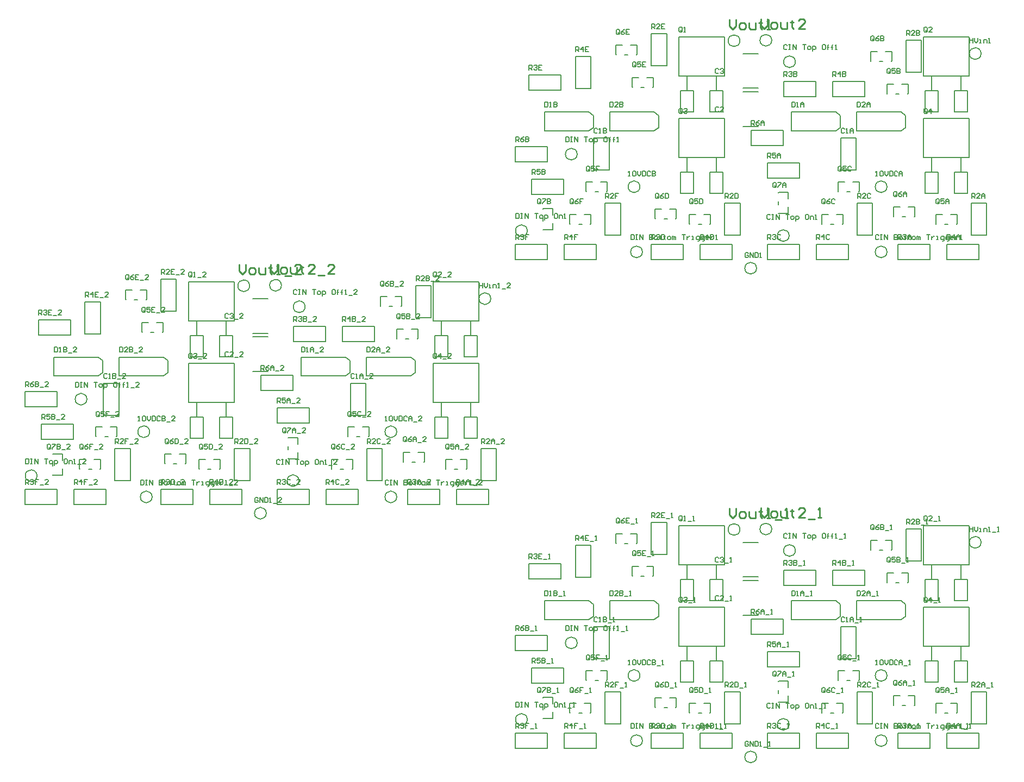
<source format=gto>
G04 Layer_Color=65535*
%FSLAX25Y25*%
%MOIN*%
G70*
G01*
G75*
%ADD22C,0.00787*%
%ADD24C,0.00700*%
%ADD25C,0.00800*%
%ADD26C,0.00787*%
%ADD27C,0.00600*%
%ADD28C,0.01000*%
D22*
X144601Y410064D02*
X153901D01*
X144601Y431336D02*
X153901D01*
X144601Y386564D02*
X153901D01*
X144601Y407836D02*
X153901D01*
X445301Y260464D02*
X454601D01*
X445301Y281736D02*
X454601D01*
X445301Y236964D02*
X454601D01*
X445301Y258236D02*
X454601D01*
X445301Y536964D02*
X454601D01*
X445301Y558236D02*
X454601D01*
X445301Y560464D02*
X454601D01*
X445301Y581736D02*
X454601D01*
D24*
X232900Y349600D02*
G03*
X232900Y349600I-3600J0D01*
G01*
X81365Y349600D02*
G03*
X81365Y349600I-3600J0D01*
G01*
X232900Y309600D02*
G03*
X232900Y309600I-3600J0D01*
G01*
X176700Y426300D02*
G03*
X176700Y426300I-3600J0D01*
G01*
X172900Y319600D02*
G03*
X172900Y319600I-3600J0D01*
G01*
X82900Y309600D02*
G03*
X82900Y309600I-3600J0D01*
G01*
X42900Y369600D02*
G03*
X42900Y369600I-3600J0D01*
G01*
X12300Y322600D02*
G03*
X12300Y322600I-3600J0D01*
G01*
X152900Y299600D02*
G03*
X152900Y299600I-3600J0D01*
G01*
X290600Y431300D02*
G03*
X290600Y431300I-3600J0D01*
G01*
X142700Y439200D02*
G03*
X142700Y439200I-3600J0D01*
G01*
X162200Y439500D02*
G03*
X162200Y439500I-3600J0D01*
G01*
X533600Y200000D02*
G03*
X533600Y200000I-3600J0D01*
G01*
X382065Y200000D02*
G03*
X382065Y200000I-3600J0D01*
G01*
X533600Y160000D02*
G03*
X533600Y160000I-3600J0D01*
G01*
X477400Y276700D02*
G03*
X477400Y276700I-3600J0D01*
G01*
X473600Y170000D02*
G03*
X473600Y170000I-3600J0D01*
G01*
X383600Y160000D02*
G03*
X383600Y160000I-3600J0D01*
G01*
X343600Y220000D02*
G03*
X343600Y220000I-3600J0D01*
G01*
X313000Y173000D02*
G03*
X313000Y173000I-3600J0D01*
G01*
X453600Y150000D02*
G03*
X453600Y150000I-3600J0D01*
G01*
X591300Y281700D02*
G03*
X591300Y281700I-3600J0D01*
G01*
X443400Y289600D02*
G03*
X443400Y289600I-3600J0D01*
G01*
X462900Y289900D02*
G03*
X462900Y289900I-3600J0D01*
G01*
Y589900D02*
G03*
X462900Y589900I-3600J0D01*
G01*
X443400Y589600D02*
G03*
X443400Y589600I-3600J0D01*
G01*
X473600Y470000D02*
G03*
X473600Y470000I-3600J0D01*
G01*
X533600Y500000D02*
G03*
X533600Y500000I-3600J0D01*
G01*
X591300Y581700D02*
G03*
X591300Y581700I-3600J0D01*
G01*
X313000Y473000D02*
G03*
X313000Y473000I-3600J0D01*
G01*
X477400Y576700D02*
G03*
X477400Y576700I-3600J0D01*
G01*
X343600Y520000D02*
G03*
X343600Y520000I-3600J0D01*
G01*
X533600Y460000D02*
G03*
X533600Y460000I-3600J0D01*
G01*
X383600D02*
G03*
X383600Y460000I-3600J0D01*
G01*
X453600Y450000D02*
G03*
X453600Y450000I-3600J0D01*
G01*
X382065Y500000D02*
G03*
X382065Y500000I-3600J0D01*
G01*
X204576Y359757D02*
X214024D01*
Y379443D01*
X204576Y359757D02*
Y379443D01*
X214024D01*
X53040Y359757D02*
X62489D01*
Y379443D01*
X53040Y359757D02*
Y379443D01*
X62489D01*
X505276Y210157D02*
X514724D01*
Y229842D01*
X505276Y210157D02*
Y229842D01*
X514724D01*
X353740Y210157D02*
X363189D01*
Y229843D01*
X353740Y210157D02*
Y229843D01*
X363189D01*
X353740Y510157D02*
X363189D01*
Y529843D01*
X353740Y510157D02*
Y529843D01*
X363189D01*
X505276Y510157D02*
X514724D01*
Y529843D01*
X505276Y510157D02*
Y529843D01*
X514724D01*
D25*
X174300Y383793D02*
X201524D01*
X204300Y385875D01*
Y393325D01*
X201524Y395407D02*
X204300Y393325D01*
X174300Y395407D02*
X201524D01*
X174300Y383793D02*
Y395407D01*
X22765Y383793D02*
X49988D01*
X52765Y385875D01*
Y393325D01*
X49988Y395407D02*
X52765Y393325D01*
X22765Y395407D02*
X49988D01*
X22765Y383793D02*
Y395407D01*
X214300Y383793D02*
X241524D01*
X244300Y385875D01*
Y393325D01*
X241524Y395407D02*
X244300Y393325D01*
X214300Y395407D02*
X241524D01*
X214300Y383793D02*
Y395407D01*
X62765Y383793D02*
X89988D01*
X92765Y385875D01*
Y393325D01*
X89988Y395407D02*
X92765Y393325D01*
X62765Y395407D02*
X89988D01*
X62765Y383793D02*
Y395407D01*
X125300Y408600D02*
X128200D01*
X110300Y408700D02*
X113200D01*
X131300Y441600D02*
X133300D01*
Y417600D02*
Y441600D01*
X105300Y417600D02*
X133300D01*
X105300D02*
Y441600D01*
X131300D01*
X128300Y408600D02*
Y417600D01*
X124300Y408600D02*
X125300D01*
X124300Y395530D02*
Y408600D01*
Y395530D02*
X132300D01*
Y408600D01*
X128300D02*
X132300D01*
X113200Y408700D02*
X114300D01*
Y395600D02*
Y408700D01*
X106300Y395600D02*
X114300D01*
X106300D02*
Y408700D01*
X110300D01*
Y417600D01*
X275300Y408600D02*
X278200D01*
X260300Y408700D02*
X263200D01*
X281300Y441600D02*
X283300D01*
Y417600D02*
Y441600D01*
X255300Y417600D02*
X283300D01*
X255300D02*
Y441600D01*
X281300D01*
X278300Y408600D02*
Y417600D01*
X274300Y408600D02*
X275300D01*
X274300Y395530D02*
Y408600D01*
Y395530D02*
X282300D01*
Y408600D01*
X278300D02*
X282300D01*
X263200Y408700D02*
X264300D01*
Y395600D02*
Y408700D01*
X256300Y395600D02*
X264300D01*
X256300D02*
Y408700D01*
X260300D01*
Y417600D01*
X125300Y358600D02*
X128200D01*
X110300Y358700D02*
X113200D01*
X131300Y391600D02*
X133300D01*
Y367600D02*
Y391600D01*
X105300Y367600D02*
X133300D01*
X105300D02*
Y391600D01*
X131300D01*
X128300Y358600D02*
Y367600D01*
X124300Y358600D02*
X125300D01*
X124300Y345530D02*
Y358600D01*
Y345530D02*
X132300D01*
Y358600D01*
X128300D02*
X132300D01*
X113200Y358700D02*
X114300D01*
Y345600D02*
Y358700D01*
X106300Y345600D02*
X114300D01*
X106300D02*
Y358700D01*
X110300D01*
Y367600D01*
X275300Y358600D02*
X278200D01*
X260300Y358700D02*
X263200D01*
X281300Y391600D02*
X283300D01*
Y367600D02*
Y391600D01*
X255300Y367600D02*
X283300D01*
X255300D02*
Y391600D01*
X281300D01*
X278300Y358600D02*
Y367600D01*
X274300Y358600D02*
X275300D01*
X274300Y345530D02*
Y358600D01*
Y345530D02*
X282300D01*
Y358600D01*
X278300D02*
X282300D01*
X263200Y358700D02*
X264300D01*
Y345600D02*
Y358700D01*
X256300Y345600D02*
X264300D01*
X256300D02*
Y358700D01*
X260300D01*
Y367600D01*
X262800Y326850D02*
X263050Y326600D01*
X262800Y332600D02*
X266800D01*
X262800Y326850D02*
Y332600D01*
X268300Y326600D02*
X270300D01*
X275550D02*
X275800Y326850D01*
X271800Y332600D02*
X275800D01*
Y326850D02*
Y332600D01*
X232800Y406850D02*
X233050Y406600D01*
X232800Y412600D02*
X236800D01*
X232800Y406850D02*
Y412600D01*
X238300Y406600D02*
X240300D01*
X245550D02*
X245800Y406850D01*
X241800Y412600D02*
X245800D01*
Y406850D02*
Y412600D01*
X202800Y346850D02*
X203050Y346600D01*
X202800Y352600D02*
X206800D01*
X202800Y346850D02*
Y352600D01*
X208300Y346600D02*
X210300D01*
X215550D02*
X215800Y346850D01*
X211800Y352600D02*
X215800D01*
Y346850D02*
Y352600D01*
X111619Y326850D02*
X111869Y326600D01*
X111619Y332600D02*
X115619D01*
X111619Y326850D02*
Y332600D01*
X117119Y326600D02*
X119119D01*
X124369D02*
X124619Y326850D01*
X120619Y332600D02*
X124619D01*
Y326850D02*
Y332600D01*
X76550Y410850D02*
X76800Y410600D01*
X76550Y416600D02*
X80550D01*
X76550Y410850D02*
Y416600D01*
X82050Y410600D02*
X84050D01*
X89300D02*
X89550Y410850D01*
X85550Y416600D02*
X89550D01*
Y410850D02*
Y416600D01*
X48312Y346850D02*
X48562Y346600D01*
X48312Y352600D02*
X52312D01*
X48312Y346850D02*
Y352600D01*
X53812Y346600D02*
X55812D01*
X61062D02*
X61312Y346850D01*
X57312Y352600D02*
X61312D01*
Y346850D02*
Y352600D01*
X236800Y331350D02*
X237050Y331100D01*
X236800Y337100D02*
X240800D01*
X236800Y331350D02*
Y337100D01*
X242300Y331100D02*
X244300D01*
X249550D02*
X249800Y331350D01*
X245800Y337100D02*
X249800D01*
Y331350D02*
Y337100D01*
X222800Y426850D02*
X223050Y426600D01*
X222800Y432600D02*
X226800D01*
X222800Y426850D02*
Y432600D01*
X228300Y426600D02*
X230300D01*
X235550D02*
X235800Y426850D01*
X231800Y432600D02*
X235800D01*
Y426850D02*
Y432600D01*
X192800Y326850D02*
X193050Y326600D01*
X192800Y332600D02*
X196800D01*
X192800Y326850D02*
Y332600D01*
X198300Y326600D02*
X200300D01*
X205550D02*
X205800Y326850D01*
X201800Y332600D02*
X205800D01*
Y326850D02*
Y332600D01*
X90600Y330150D02*
X90850Y329900D01*
X90600Y335900D02*
X94600D01*
X90600Y330150D02*
Y335900D01*
X96100Y329900D02*
X98100D01*
X103350D02*
X103600Y330150D01*
X99600Y335900D02*
X103600D01*
Y330150D02*
Y335900D01*
X66550Y430850D02*
X66800Y430600D01*
X66550Y436600D02*
X70550D01*
X66550Y430850D02*
Y436600D01*
X72050Y430600D02*
X74050D01*
X79300D02*
X79550Y430850D01*
X75550Y436600D02*
X79550D01*
Y430850D02*
Y436600D01*
X38312Y326850D02*
X38562Y326600D01*
X38312Y332600D02*
X42312D01*
X38312Y326850D02*
Y332600D01*
X43812Y326600D02*
X45812D01*
X51062D02*
X51312Y326850D01*
X47312Y332600D02*
X51312D01*
Y326850D02*
Y332600D01*
X166300Y345850D02*
X166550Y346100D01*
X172300Y342100D02*
Y346100D01*
X166550D02*
X172300D01*
X166300Y338600D02*
Y340600D01*
Y333350D02*
X166550Y333100D01*
X172300D02*
Y337100D01*
X166550Y333100D02*
X172300D01*
X21812Y335850D02*
X22062Y336100D01*
X27812Y332100D02*
Y336100D01*
X22062D02*
X27812D01*
X21812Y328600D02*
Y330600D01*
Y323350D02*
X22062Y323100D01*
X27812D02*
Y327100D01*
X22062Y323100D02*
X27812D01*
X475000Y234193D02*
X502224D01*
X505000Y236275D01*
Y243725D01*
X502224Y245807D02*
X505000Y243725D01*
X475000Y245807D02*
X502224D01*
X475000Y234193D02*
Y245807D01*
X323465Y234193D02*
X350689D01*
X353465Y236275D01*
Y243725D01*
X350688Y245807D02*
X353465Y243725D01*
X323465Y245807D02*
X350688D01*
X323465Y234193D02*
Y245807D01*
X515000Y234193D02*
X542224D01*
X545000Y236275D01*
Y243725D01*
X542224Y245807D02*
X545000Y243725D01*
X515000Y245807D02*
X542224D01*
X515000Y234193D02*
Y245807D01*
X363465Y234193D02*
X390688D01*
X393465Y236275D01*
Y243725D01*
X390688Y245807D02*
X393465Y243725D01*
X363465Y245807D02*
X390688D01*
X363465Y234193D02*
Y245807D01*
X426000Y259000D02*
X428900D01*
X411000Y259100D02*
X413900D01*
X432000Y292000D02*
X434000D01*
Y268000D02*
Y292000D01*
X406000Y268000D02*
X434000D01*
X406000D02*
Y292000D01*
X432000D01*
X429000Y259000D02*
Y268000D01*
X425000Y259000D02*
X426000D01*
X425000Y245930D02*
Y259000D01*
Y245930D02*
X433000D01*
Y259000D01*
X429000D02*
X433000D01*
X413900Y259100D02*
X415000D01*
Y246000D02*
Y259100D01*
X407000Y246000D02*
X415000D01*
X407000D02*
Y259100D01*
X411000D01*
Y268000D01*
X576000Y259000D02*
X578900D01*
X561000Y259100D02*
X563900D01*
X582000Y292000D02*
X584000D01*
Y268000D02*
Y292000D01*
X556000Y268000D02*
X584000D01*
X556000D02*
Y292000D01*
X582000D01*
X579000Y259000D02*
Y268000D01*
X575000Y259000D02*
X576000D01*
X575000Y245930D02*
Y259000D01*
Y245930D02*
X583000D01*
Y259000D01*
X579000D02*
X583000D01*
X563900Y259100D02*
X565000D01*
Y246000D02*
Y259100D01*
X557000Y246000D02*
X565000D01*
X557000D02*
Y259100D01*
X561000D01*
Y268000D01*
X426000Y209000D02*
X428900D01*
X411000Y209100D02*
X413900D01*
X432000Y242000D02*
X434000D01*
Y218000D02*
Y242000D01*
X406000Y218000D02*
X434000D01*
X406000D02*
Y242000D01*
X432000D01*
X429000Y209000D02*
Y218000D01*
X425000Y209000D02*
X426000D01*
X425000Y195930D02*
Y209000D01*
Y195930D02*
X433000D01*
Y209000D01*
X429000D02*
X433000D01*
X413900Y209100D02*
X415000D01*
Y196000D02*
Y209100D01*
X407000Y196000D02*
X415000D01*
X407000D02*
Y209100D01*
X411000D01*
Y218000D01*
X576000Y209000D02*
X578900D01*
X561000Y209100D02*
X563900D01*
X582000Y242000D02*
X584000D01*
Y218000D02*
Y242000D01*
X556000Y218000D02*
X584000D01*
X556000D02*
Y242000D01*
X582000D01*
X579000Y209000D02*
Y218000D01*
X575000Y209000D02*
X576000D01*
X575000Y195930D02*
Y209000D01*
Y195930D02*
X583000D01*
Y209000D01*
X579000D02*
X583000D01*
X563900Y209100D02*
X565000D01*
Y196000D02*
Y209100D01*
X557000Y196000D02*
X565000D01*
X557000D02*
Y209100D01*
X561000D01*
Y218000D01*
X563500Y177250D02*
X563750Y177000D01*
X563500Y183000D02*
X567500D01*
X563500Y177250D02*
Y183000D01*
X569000Y177000D02*
X571000D01*
X576250D02*
X576500Y177250D01*
X572500Y183000D02*
X576500D01*
Y177250D02*
Y183000D01*
X533500Y257250D02*
X533750Y257000D01*
X533500Y263000D02*
X537500D01*
X533500Y257250D02*
Y263000D01*
X539000Y257000D02*
X541000D01*
X546250D02*
X546500Y257250D01*
X542500Y263000D02*
X546500D01*
Y257250D02*
Y263000D01*
X503500Y197250D02*
X503750Y197000D01*
X503500Y203000D02*
X507500D01*
X503500Y197250D02*
Y203000D01*
X509000Y197000D02*
X511000D01*
X516250D02*
X516500Y197250D01*
X512500Y203000D02*
X516500D01*
Y197250D02*
Y203000D01*
X412319Y177250D02*
X412569Y177000D01*
X412319Y183000D02*
X416319D01*
X412319Y177250D02*
Y183000D01*
X417819Y177000D02*
X419819D01*
X425069D02*
X425319Y177250D01*
X421319Y183000D02*
X425319D01*
Y177250D02*
Y183000D01*
X377250Y261250D02*
X377500Y261000D01*
X377250Y267000D02*
X381250D01*
X377250Y261250D02*
Y267000D01*
X382750Y261000D02*
X384750D01*
X390000D02*
X390250Y261250D01*
X386250Y267000D02*
X390250D01*
Y261250D02*
Y267000D01*
X349012Y197250D02*
X349262Y197000D01*
X349012Y203000D02*
X353012D01*
X349012Y197250D02*
Y203000D01*
X354512Y197000D02*
X356512D01*
X361762D02*
X362012Y197250D01*
X358012Y203000D02*
X362012D01*
Y197250D02*
Y203000D01*
X537500Y181750D02*
X537750Y181500D01*
X537500Y187500D02*
X541500D01*
X537500Y181750D02*
Y187500D01*
X543000Y181500D02*
X545000D01*
X550250D02*
X550500Y181750D01*
X546500Y187500D02*
X550500D01*
Y181750D02*
Y187500D01*
X523500Y277250D02*
X523750Y277000D01*
X523500Y283000D02*
X527500D01*
X523500Y277250D02*
Y283000D01*
X529000Y277000D02*
X531000D01*
X536250D02*
X536500Y277250D01*
X532500Y283000D02*
X536500D01*
Y277250D02*
Y283000D01*
X493500Y177250D02*
X493750Y177000D01*
X493500Y183000D02*
X497500D01*
X493500Y177250D02*
Y183000D01*
X499000Y177000D02*
X501000D01*
X506250D02*
X506500Y177250D01*
X502500Y183000D02*
X506500D01*
Y177250D02*
Y183000D01*
X391300Y180550D02*
X391550Y180300D01*
X391300Y186300D02*
X395300D01*
X391300Y180550D02*
Y186300D01*
X396800Y180300D02*
X398800D01*
X404050D02*
X404300Y180550D01*
X400300Y186300D02*
X404300D01*
Y180550D02*
Y186300D01*
X367250Y281250D02*
X367500Y281000D01*
X367250Y287000D02*
X371250D01*
X367250Y281250D02*
Y287000D01*
X372750Y281000D02*
X374750D01*
X380000D02*
X380250Y281250D01*
X376250Y287000D02*
X380250D01*
Y281250D02*
Y287000D01*
X339012Y177250D02*
X339262Y177000D01*
X339012Y183000D02*
X343012D01*
X339012Y177250D02*
Y183000D01*
X344512Y177000D02*
X346512D01*
X351762D02*
X352012Y177250D01*
X348012Y183000D02*
X352012D01*
Y177250D02*
Y183000D01*
X467000Y196250D02*
X467250Y196500D01*
X473000Y192500D02*
Y196500D01*
X467250D02*
X473000D01*
X467000Y189000D02*
Y191000D01*
Y183750D02*
X467250Y183500D01*
X473000D02*
Y187500D01*
X467250Y183500D02*
X473000D01*
X322512Y186250D02*
X322762Y186500D01*
X328512Y182500D02*
Y186500D01*
X322762D02*
X328512D01*
X322512Y179000D02*
Y181000D01*
Y173750D02*
X322762Y173500D01*
X328512D02*
Y177500D01*
X322762Y173500D02*
X328512D01*
X467000Y496250D02*
X467250Y496500D01*
X473000Y492500D02*
Y496500D01*
X467250D02*
X473000D01*
X467000Y489000D02*
Y491000D01*
Y483750D02*
X467250Y483500D01*
X473000D02*
Y487500D01*
X467250Y483500D02*
X473000D01*
X349012Y497250D02*
X349262Y497000D01*
X349012Y503000D02*
X353012D01*
X349012Y497250D02*
Y503000D01*
X354512Y497000D02*
X356512D01*
X361762D02*
X362012Y497250D01*
X358012Y503000D02*
X362012D01*
Y497250D02*
Y503000D01*
X339012Y477250D02*
X339262Y477000D01*
X339012Y483000D02*
X343012D01*
X339012Y477250D02*
Y483000D01*
X344512Y477000D02*
X346512D01*
X351762D02*
X352012Y477250D01*
X348012Y483000D02*
X352012D01*
Y477250D02*
Y483000D01*
X515000Y534193D02*
X542224D01*
X545000Y536275D01*
Y543725D01*
X542224Y545807D02*
X545000Y543725D01*
X515000Y545807D02*
X542224D01*
X515000Y534193D02*
Y545807D01*
X475000Y534193D02*
X502224D01*
X505000Y536275D01*
Y543725D01*
X502224Y545807D02*
X505000Y543725D01*
X475000Y545807D02*
X502224D01*
X475000Y534193D02*
Y545807D01*
X426000Y559000D02*
X428900D01*
X411000Y559100D02*
X413900D01*
X432000Y592000D02*
X434000D01*
Y568000D02*
Y592000D01*
X406000Y568000D02*
X434000D01*
X406000D02*
Y592000D01*
X432000D01*
X429000Y559000D02*
Y568000D01*
X425000Y559000D02*
X426000D01*
X425000Y545930D02*
Y559000D01*
Y545930D02*
X433000D01*
Y559000D01*
X429000D02*
X433000D01*
X413900Y559100D02*
X415000D01*
Y546000D02*
Y559100D01*
X407000Y546000D02*
X415000D01*
X407000D02*
Y559100D01*
X411000D01*
Y568000D01*
X576000Y559000D02*
X578900D01*
X561000Y559100D02*
X563900D01*
X582000Y592000D02*
X584000D01*
Y568000D02*
Y592000D01*
X556000Y568000D02*
X584000D01*
X556000D02*
Y592000D01*
X582000D01*
X579000Y559000D02*
Y568000D01*
X575000Y559000D02*
X576000D01*
X575000Y545930D02*
Y559000D01*
Y545930D02*
X583000D01*
Y559000D01*
X579000D02*
X583000D01*
X563900Y559100D02*
X565000D01*
Y546000D02*
Y559100D01*
X557000Y546000D02*
X565000D01*
X557000D02*
Y559100D01*
X561000D01*
Y568000D01*
X426000Y509000D02*
X428900D01*
X411000Y509100D02*
X413900D01*
X432000Y542000D02*
X434000D01*
Y518000D02*
Y542000D01*
X406000Y518000D02*
X434000D01*
X406000D02*
Y542000D01*
X432000D01*
X429000Y509000D02*
Y518000D01*
X425000Y509000D02*
X426000D01*
X425000Y495930D02*
Y509000D01*
Y495930D02*
X433000D01*
Y509000D01*
X429000D02*
X433000D01*
X413900Y509100D02*
X415000D01*
Y496000D02*
Y509100D01*
X407000Y496000D02*
X415000D01*
X407000D02*
Y509100D01*
X411000D01*
Y518000D01*
X576000Y509000D02*
X578900D01*
X561000Y509100D02*
X563900D01*
X582000Y542000D02*
X584000D01*
Y518000D02*
Y542000D01*
X556000Y518000D02*
X584000D01*
X556000D02*
Y542000D01*
X582000D01*
X579000Y509000D02*
Y518000D01*
X575000Y509000D02*
X576000D01*
X575000Y495930D02*
Y509000D01*
Y495930D02*
X583000D01*
Y509000D01*
X579000D02*
X583000D01*
X563900Y509100D02*
X565000D01*
Y496000D02*
Y509100D01*
X557000Y496000D02*
X565000D01*
X557000D02*
Y509100D01*
X561000D01*
Y518000D01*
X322512Y486250D02*
X322762Y486500D01*
X328512Y482500D02*
Y486500D01*
X322762D02*
X328512D01*
X322512Y479000D02*
Y481000D01*
Y473750D02*
X322762Y473500D01*
X328512D02*
Y477500D01*
X322762Y473500D02*
X328512D01*
X367250Y581250D02*
X367500Y581000D01*
X367250Y587000D02*
X371250D01*
X367250Y581250D02*
Y587000D01*
X372750Y581000D02*
X374750D01*
X380000D02*
X380250Y581250D01*
X376250Y587000D02*
X380250D01*
Y581250D02*
Y587000D01*
X391300Y480550D02*
X391550Y480300D01*
X391300Y486300D02*
X395300D01*
X391300Y480550D02*
Y486300D01*
X396800Y480300D02*
X398800D01*
X404050D02*
X404300Y480550D01*
X400300Y486300D02*
X404300D01*
Y480550D02*
Y486300D01*
X493500Y477250D02*
X493750Y477000D01*
X493500Y483000D02*
X497500D01*
X493500Y477250D02*
Y483000D01*
X499000Y477000D02*
X501000D01*
X506250D02*
X506500Y477250D01*
X502500Y483000D02*
X506500D01*
Y477250D02*
Y483000D01*
X523500Y577250D02*
X523750Y577000D01*
X523500Y583000D02*
X527500D01*
X523500Y577250D02*
Y583000D01*
X529000Y577000D02*
X531000D01*
X536250D02*
X536500Y577250D01*
X532500Y583000D02*
X536500D01*
Y577250D02*
Y583000D01*
X537500Y481750D02*
X537750Y481500D01*
X537500Y487500D02*
X541500D01*
X537500Y481750D02*
Y487500D01*
X543000Y481500D02*
X545000D01*
X550250D02*
X550500Y481750D01*
X546500Y487500D02*
X550500D01*
Y481750D02*
Y487500D01*
X377250Y561250D02*
X377500Y561000D01*
X377250Y567000D02*
X381250D01*
X377250Y561250D02*
Y567000D01*
X382750Y561000D02*
X384750D01*
X390000D02*
X390250Y561250D01*
X386250Y567000D02*
X390250D01*
Y561250D02*
Y567000D01*
X412319Y477250D02*
X412569Y477000D01*
X412319Y483000D02*
X416319D01*
X412319Y477250D02*
Y483000D01*
X417819Y477000D02*
X419819D01*
X425069D02*
X425319Y477250D01*
X421319Y483000D02*
X425319D01*
Y477250D02*
Y483000D01*
X503500Y497250D02*
X503750Y497000D01*
X503500Y503000D02*
X507500D01*
X503500Y497250D02*
Y503000D01*
X509000Y497000D02*
X511000D01*
X516250D02*
X516500Y497250D01*
X512500Y503000D02*
X516500D01*
Y497250D02*
Y503000D01*
X533500Y557250D02*
X533750Y557000D01*
X533500Y563000D02*
X537500D01*
X533500Y557250D02*
Y563000D01*
X539000Y557000D02*
X541000D01*
X546250D02*
X546500Y557250D01*
X542500Y563000D02*
X546500D01*
Y557250D02*
Y563000D01*
X563500Y477250D02*
X563750Y477000D01*
X563500Y483000D02*
X567500D01*
X563500Y477250D02*
Y483000D01*
X569000Y477000D02*
X571000D01*
X576250D02*
X576500Y477250D01*
X572500Y483000D02*
X576500D01*
Y477250D02*
Y483000D01*
X363465Y534193D02*
X390688D01*
X393465Y536275D01*
Y543725D01*
X390688Y545807D02*
X393465Y543725D01*
X363465Y545807D02*
X390688D01*
X363465Y534193D02*
Y545807D01*
X323465Y534193D02*
X350689D01*
X353465Y536275D01*
Y543725D01*
X350688Y545807D02*
X353465Y543725D01*
X323465Y545807D02*
X350688D01*
X323465Y534193D02*
Y545807D01*
D26*
X284576Y339442D02*
X294024D01*
Y319758D02*
Y339442D01*
X284576Y319758D02*
X294024D01*
X284576D02*
Y339442D01*
X244576Y419758D02*
X254024D01*
X244576D02*
Y439442D01*
X254024D01*
Y419758D02*
Y439442D01*
X214576Y339442D02*
X224024D01*
Y319758D02*
Y339442D01*
X214576Y319758D02*
X224024D01*
X214576D02*
Y339442D01*
X133395D02*
X142843D01*
Y319758D02*
Y339442D01*
X133395Y319758D02*
X142843D01*
X133395D02*
Y339442D01*
X88326Y423758D02*
X97774D01*
X88326D02*
Y443442D01*
X97774D01*
Y423758D02*
Y443442D01*
X60087Y339442D02*
X69536D01*
Y319758D02*
Y339442D01*
X60087Y319758D02*
X69536D01*
X60087D02*
Y339442D01*
X239458Y304876D02*
Y314324D01*
X259142D01*
Y304876D02*
Y314324D01*
X239458Y304876D02*
X259142D01*
X169457Y404876D02*
Y414324D01*
X189143D01*
Y404876D02*
Y414324D01*
X169457Y404876D02*
X189143D01*
X159458Y304876D02*
Y314324D01*
X179142D01*
Y304876D02*
Y314324D01*
X159458Y304876D02*
X179142D01*
X88276D02*
Y314324D01*
X107961D01*
Y304876D02*
Y314324D01*
X88276Y304876D02*
X107961D01*
X13208Y408876D02*
Y418324D01*
X32893D01*
Y408876D02*
Y418324D01*
X13208Y408876D02*
X32893D01*
X4969Y304876D02*
Y314324D01*
X24654D01*
Y304876D02*
Y314324D01*
X4969Y304876D02*
X24654D01*
X269458D02*
Y314324D01*
X289142D01*
Y304876D02*
Y314324D01*
X269458Y304876D02*
X289142D01*
X199458Y404876D02*
Y414324D01*
X219143D01*
Y404876D02*
Y414324D01*
X199458Y404876D02*
X219143D01*
X189457Y304876D02*
Y314324D01*
X209142D01*
Y304876D02*
Y314324D01*
X189457Y304876D02*
X209142D01*
X118276D02*
Y314324D01*
X137961D01*
Y304876D02*
Y314324D01*
X118276Y304876D02*
X137961D01*
X41776Y409758D02*
X51224D01*
X41776D02*
Y429443D01*
X51224D01*
Y409758D02*
Y429443D01*
X34969Y304876D02*
Y314324D01*
X54654D01*
Y304876D02*
Y314324D01*
X34969Y304876D02*
X54654D01*
X159458Y354876D02*
Y364324D01*
X179142D01*
Y354876D02*
Y364324D01*
X159458Y354876D02*
X179142D01*
X14969Y344876D02*
Y354324D01*
X34654D01*
Y344876D02*
Y354324D01*
X14969Y344876D02*
X34654D01*
X169142Y374876D02*
Y384324D01*
X149458Y374876D02*
X169142D01*
X149458D02*
Y384324D01*
X169142D01*
X24654Y364876D02*
Y374324D01*
X4969Y364876D02*
X24654D01*
X4969D02*
Y374324D01*
X24654D01*
X585276Y189842D02*
X594724D01*
Y170158D02*
Y189842D01*
X585276Y170158D02*
X594724D01*
X585276D02*
Y189842D01*
X545276Y270158D02*
X554724D01*
X545276D02*
Y289843D01*
X554724D01*
Y270158D02*
Y289843D01*
X515276Y189842D02*
X524724D01*
Y170158D02*
Y189842D01*
X515276Y170158D02*
X524724D01*
X515276D02*
Y189842D01*
X434094D02*
X443543D01*
Y170158D02*
Y189842D01*
X434094Y170158D02*
X443543D01*
X434094D02*
Y189842D01*
X389026Y274158D02*
X398475D01*
X389026D02*
Y293843D01*
X398475D01*
Y274158D02*
Y293843D01*
X360787Y189842D02*
X370236D01*
Y170158D02*
Y189842D01*
X360787Y170158D02*
X370236D01*
X360787D02*
Y189842D01*
X540158Y155276D02*
Y164724D01*
X559842D01*
Y155276D02*
Y164724D01*
X540158Y155276D02*
X559842D01*
X470157Y255276D02*
Y264724D01*
X489843D01*
Y255276D02*
Y264724D01*
X470157Y255276D02*
X489843D01*
X460157Y155276D02*
Y164724D01*
X479843D01*
Y155276D02*
Y164724D01*
X460157Y155276D02*
X479843D01*
X388976D02*
Y164724D01*
X408661D01*
Y155276D02*
Y164724D01*
X388976Y155276D02*
X408661D01*
X313908Y259276D02*
Y268724D01*
X333593D01*
Y259276D02*
Y268724D01*
X313908Y259276D02*
X333593D01*
X305669Y155276D02*
Y164724D01*
X325354D01*
Y155276D02*
Y164724D01*
X305669Y155276D02*
X325354D01*
X570157D02*
Y164724D01*
X589843D01*
Y155276D02*
Y164724D01*
X570157Y155276D02*
X589843D01*
X500157Y255276D02*
Y264724D01*
X519842D01*
Y255276D02*
Y264724D01*
X500157Y255276D02*
X519842D01*
X490158Y155276D02*
Y164724D01*
X509842D01*
Y155276D02*
Y164724D01*
X490158Y155276D02*
X509842D01*
X418976D02*
Y164724D01*
X438661D01*
Y155276D02*
Y164724D01*
X418976Y155276D02*
X438661D01*
X342476Y260157D02*
X351924D01*
X342476D02*
Y279842D01*
X351924D01*
Y260157D02*
Y279842D01*
X335669Y155276D02*
Y164724D01*
X355354D01*
Y155276D02*
Y164724D01*
X335669Y155276D02*
X355354D01*
X460157Y205276D02*
Y214724D01*
X479843D01*
Y205276D02*
Y214724D01*
X460157Y205276D02*
X479843D01*
X315669Y195276D02*
Y204724D01*
X335354D01*
Y195276D02*
Y204724D01*
X315669Y195276D02*
X335354D01*
X469842Y225276D02*
Y234724D01*
X450157Y225276D02*
X469842D01*
X450157D02*
Y234724D01*
X469842D01*
X325354Y215276D02*
Y224724D01*
X305669Y215276D02*
X325354D01*
X305669D02*
Y224724D01*
X325354D01*
X460157Y505276D02*
Y514724D01*
X479843D01*
Y505276D02*
Y514724D01*
X460157Y505276D02*
X479843D01*
X469842Y525276D02*
Y534724D01*
X450157Y525276D02*
X469842D01*
X450157D02*
Y534724D01*
X469842D01*
X360787Y489843D02*
X370236D01*
Y470157D02*
Y489843D01*
X360787Y470157D02*
X370236D01*
X360787D02*
Y489843D01*
X305669Y455276D02*
Y464724D01*
X325354D01*
Y455276D02*
Y464724D01*
X305669Y455276D02*
X325354D01*
X335669D02*
Y464724D01*
X355354D01*
Y455276D02*
Y464724D01*
X335669Y455276D02*
X355354D01*
X325354Y515276D02*
Y524724D01*
X305669Y515276D02*
X325354D01*
X305669D02*
Y524724D01*
X325354D01*
X315669Y495276D02*
Y504724D01*
X335354D01*
Y495276D02*
Y504724D01*
X315669Y495276D02*
X335354D01*
X342476Y560157D02*
X351924D01*
X342476D02*
Y579843D01*
X351924D01*
Y560157D02*
Y579843D01*
X418976Y455276D02*
Y464724D01*
X438661D01*
Y455276D02*
Y464724D01*
X418976Y455276D02*
X438661D01*
X490158D02*
Y464724D01*
X509842D01*
Y455276D02*
Y464724D01*
X490158Y455276D02*
X509842D01*
X500157Y555276D02*
Y564724D01*
X519842D01*
Y555276D02*
Y564724D01*
X500157Y555276D02*
X519842D01*
X570157Y455276D02*
Y464724D01*
X589843D01*
Y455276D02*
Y464724D01*
X570157Y455276D02*
X589843D01*
X313908Y559276D02*
Y568724D01*
X333593D01*
Y559276D02*
Y568724D01*
X313908Y559276D02*
X333593D01*
X388976Y455276D02*
Y464724D01*
X408661D01*
Y455276D02*
Y464724D01*
X388976Y455276D02*
X408661D01*
X460157D02*
Y464724D01*
X479843D01*
Y455276D02*
Y464724D01*
X460157Y455276D02*
X479843D01*
X470157Y555276D02*
Y564724D01*
X489843D01*
Y555276D02*
Y564724D01*
X470157Y555276D02*
X489843D01*
X540158Y455276D02*
Y464724D01*
X559842D01*
Y455276D02*
Y464724D01*
X540158Y455276D02*
X559842D01*
X389026Y574157D02*
X398475D01*
X389026D02*
Y593843D01*
X398475D01*
Y574157D02*
Y593843D01*
X434094Y489843D02*
X443543D01*
Y470157D02*
Y489843D01*
X434094Y470157D02*
X443543D01*
X434094D02*
Y489843D01*
X515276D02*
X524724D01*
Y470157D02*
Y489843D01*
X515276Y470157D02*
X524724D01*
X515276D02*
Y489843D01*
X545276Y570157D02*
X554724D01*
X545276D02*
Y589843D01*
X554724D01*
Y570157D02*
Y589843D01*
X585276Y489843D02*
X594724D01*
Y470157D02*
Y489843D01*
X585276Y470157D02*
X594724D01*
X585276D02*
Y489843D01*
D27*
X225927Y356165D02*
X226926D01*
X226427D01*
Y359163D01*
X225927Y358664D01*
X228426D02*
X228926Y359163D01*
X229925D01*
X230425Y358664D01*
Y356664D01*
X229925Y356165D01*
X228926D01*
X228426Y356664D01*
Y358664D01*
X231425Y359163D02*
Y357164D01*
X232425Y356165D01*
X233424Y357164D01*
Y359163D01*
X234424D02*
Y356165D01*
X235924D01*
X236423Y356664D01*
Y358664D01*
X235924Y359163D01*
X234424D01*
X239422Y358664D02*
X238923Y359163D01*
X237923D01*
X237423Y358664D01*
Y356664D01*
X237923Y356165D01*
X238923D01*
X239422Y356664D01*
X240422Y356165D02*
Y358164D01*
X241422Y359163D01*
X242421Y358164D01*
Y356165D01*
Y357664D01*
X240422D01*
X243421Y355665D02*
X245420D01*
X248419Y356165D02*
X246420D01*
X248419Y358164D01*
Y358664D01*
X247920Y359163D01*
X246920D01*
X246420Y358664D01*
X74391Y356165D02*
X75391D01*
X74891D01*
Y359164D01*
X74391Y358664D01*
X76890D02*
X77390Y359164D01*
X78390D01*
X78890Y358664D01*
Y356664D01*
X78390Y356165D01*
X77390D01*
X76890Y356664D01*
Y358664D01*
X79890Y359164D02*
Y357164D01*
X80889Y356165D01*
X81889Y357164D01*
Y359164D01*
X82889D02*
Y356165D01*
X84388D01*
X84888Y356664D01*
Y358664D01*
X84388Y359164D01*
X82889D01*
X87887Y358664D02*
X87387Y359164D01*
X86387D01*
X85888Y358664D01*
Y356664D01*
X86387Y356165D01*
X87387D01*
X87887Y356664D01*
X88887Y359164D02*
Y356165D01*
X90386D01*
X90886Y356664D01*
Y357164D01*
X90386Y357664D01*
X88887D01*
X90386D01*
X90886Y358164D01*
Y358664D01*
X90386Y359164D01*
X88887D01*
X91886Y355665D02*
X93885D01*
X96884Y356165D02*
X94885D01*
X96884Y358164D01*
Y358664D01*
X96384Y359164D01*
X95385D01*
X94885Y358664D01*
X206826Y384899D02*
X206326Y385399D01*
X205327D01*
X204827Y384899D01*
Y382900D01*
X205327Y382400D01*
X206326D01*
X206826Y382900D01*
X207826Y382400D02*
X208825D01*
X208326D01*
Y385399D01*
X207826Y384899D01*
X210325Y382400D02*
Y384399D01*
X211325Y385399D01*
X212324Y384399D01*
Y382400D01*
Y383899D01*
X210325D01*
X213324Y381900D02*
X215323D01*
X218322Y382400D02*
X216323D01*
X218322Y384399D01*
Y384899D01*
X217823Y385399D01*
X216823D01*
X216323Y384899D01*
X55291Y384899D02*
X54791Y385399D01*
X53791D01*
X53291Y384899D01*
Y382900D01*
X53791Y382400D01*
X54791D01*
X55291Y382900D01*
X56290Y382400D02*
X57290D01*
X56790D01*
Y385399D01*
X56290Y384899D01*
X58789Y385399D02*
Y382400D01*
X60289D01*
X60789Y382900D01*
Y383400D01*
X60289Y383899D01*
X58789D01*
X60289D01*
X60789Y384399D01*
Y384899D01*
X60289Y385399D01*
X58789D01*
X61788Y381900D02*
X63788D01*
X66787Y382400D02*
X64788D01*
X66787Y384399D01*
Y384899D01*
X66287Y385399D01*
X65287D01*
X64788Y384899D01*
X227899Y319599D02*
X227399Y320099D01*
X226400D01*
X225900Y319599D01*
Y317600D01*
X226400Y317100D01*
X227399D01*
X227899Y317600D01*
X228899Y320099D02*
X229899D01*
X229399D01*
Y317100D01*
X228899D01*
X229899D01*
X231398D02*
Y320099D01*
X233398Y317100D01*
Y320099D01*
X237396D02*
Y317100D01*
X238896D01*
X239396Y317600D01*
Y318100D01*
X238896Y318600D01*
X237396D01*
X238896D01*
X239396Y319099D01*
Y319599D01*
X238896Y320099D01*
X237396D01*
X240895Y317100D02*
X241895D01*
X242395Y317600D01*
Y318600D01*
X241895Y319099D01*
X240895D01*
X240395Y318600D01*
Y317600D01*
X240895Y317100D01*
X243894Y319599D02*
Y319099D01*
X243394D01*
X244394D01*
X243894D01*
Y317600D01*
X244394Y317100D01*
X246393Y319599D02*
Y319099D01*
X245894D01*
X246893D01*
X246393D01*
Y317600D01*
X246893Y317100D01*
X248893D02*
X249892D01*
X250392Y317600D01*
Y318600D01*
X249892Y319099D01*
X248893D01*
X248393Y318600D01*
Y317600D01*
X248893Y317100D01*
X251392D02*
Y319099D01*
X251892D01*
X252391Y318600D01*
Y317100D01*
Y318600D01*
X252891Y319099D01*
X253391Y318600D01*
Y317100D01*
X257390Y320099D02*
X259389D01*
X258389D01*
Y317100D01*
X260389Y319099D02*
Y317100D01*
Y318100D01*
X260889Y318600D01*
X261388Y319099D01*
X261888D01*
X263388Y317100D02*
X264388D01*
X263888D01*
Y319099D01*
X263388D01*
X266887Y316100D02*
X267387D01*
X267886Y316600D01*
Y319099D01*
X266387D01*
X265887Y318600D01*
Y317600D01*
X266387Y317100D01*
X267886D01*
X269886Y316100D02*
X270386D01*
X270885Y316600D01*
Y319099D01*
X269386D01*
X268886Y318600D01*
Y317600D01*
X269386Y317100D01*
X270885D01*
X273385D02*
X272385D01*
X271885Y317600D01*
Y318600D01*
X272385Y319099D01*
X273385D01*
X273885Y318600D01*
Y318100D01*
X271885D01*
X274884Y319099D02*
Y317100D01*
Y318100D01*
X275384Y318600D01*
X275884Y319099D01*
X276384D01*
X277883Y317100D02*
X278883D01*
X278383D01*
Y320099D01*
X277883Y319599D01*
X280382Y316600D02*
X282382D01*
X285381Y317100D02*
X283381D01*
X285381Y319099D01*
Y319599D01*
X284881Y320099D01*
X283881D01*
X283381Y319599D01*
X171699Y436299D02*
X171200Y436799D01*
X170200D01*
X169700Y436299D01*
Y434300D01*
X170200Y433800D01*
X171200D01*
X171699Y434300D01*
X172699Y436799D02*
X173699D01*
X173199D01*
Y433800D01*
X172699D01*
X173699D01*
X175198D02*
Y436799D01*
X177198Y433800D01*
Y436799D01*
X181196D02*
X183196D01*
X182196D01*
Y433800D01*
X184695D02*
X185695D01*
X186195Y434300D01*
Y435299D01*
X185695Y435799D01*
X184695D01*
X184195Y435299D01*
Y434300D01*
X184695Y433800D01*
X187194Y432800D02*
Y435799D01*
X188694D01*
X189194Y435299D01*
Y434300D01*
X188694Y433800D01*
X187194D01*
X194692Y436799D02*
X193692D01*
X193192Y436299D01*
Y434300D01*
X193692Y433800D01*
X194692D01*
X195192Y434300D01*
Y436299D01*
X194692Y436799D01*
X196691Y433800D02*
Y436299D01*
Y435299D01*
X196191D01*
X197191D01*
X196691D01*
Y436299D01*
X197191Y436799D01*
X199190Y433800D02*
Y436299D01*
Y435299D01*
X198691D01*
X199690D01*
X199190D01*
Y436299D01*
X199690Y436799D01*
X201190Y433800D02*
X202189D01*
X201690D01*
Y436799D01*
X201190Y436299D01*
X203689Y433300D02*
X205688D01*
X208687Y433800D02*
X206688D01*
X208687Y435799D01*
Y436299D01*
X208188Y436799D01*
X207188D01*
X206688Y436299D01*
X161299Y332099D02*
X160800Y332599D01*
X159800D01*
X159300Y332099D01*
Y330100D01*
X159800Y329600D01*
X160800D01*
X161299Y330100D01*
X162299Y332599D02*
X163299D01*
X162799D01*
Y329600D01*
X162299D01*
X163299D01*
X164798D02*
Y332599D01*
X166798Y329600D01*
Y332599D01*
X170796D02*
X172796D01*
X171796D01*
Y329600D01*
X174295D02*
X175295D01*
X175795Y330100D01*
Y331100D01*
X175295Y331599D01*
X174295D01*
X173795Y331100D01*
Y330100D01*
X174295Y329600D01*
X176794Y328600D02*
Y331599D01*
X178294D01*
X178794Y331100D01*
Y330100D01*
X178294Y329600D01*
X176794D01*
X184292Y332599D02*
X183292D01*
X182792Y332099D01*
Y330100D01*
X183292Y329600D01*
X184292D01*
X184792Y330100D01*
Y332099D01*
X184292Y332599D01*
X185791Y329600D02*
Y331599D01*
X187291D01*
X187791Y331100D01*
Y329600D01*
X188791D02*
X189790D01*
X189290D01*
Y332599D01*
X188791Y332099D01*
X191290Y329100D02*
X193289D01*
X196288Y329600D02*
X194289D01*
X196288Y331599D01*
Y332099D01*
X195788Y332599D01*
X194789D01*
X194289Y332099D01*
X174527Y401599D02*
Y398600D01*
X176026D01*
X176526Y399100D01*
Y401099D01*
X176026Y401599D01*
X174527D01*
X177526Y398600D02*
X178525D01*
X178025D01*
Y401599D01*
X177526Y401099D01*
X180025Y398600D02*
Y400599D01*
X181025Y401599D01*
X182024Y400599D01*
Y398600D01*
Y400099D01*
X180025D01*
X183024Y398100D02*
X185023D01*
X188022Y398600D02*
X186023D01*
X188022Y400599D01*
Y401099D01*
X187522Y401599D01*
X186523D01*
X186023Y401099D01*
X22991Y401599D02*
Y398600D01*
X24491D01*
X24991Y399100D01*
Y401099D01*
X24491Y401599D01*
X22991D01*
X25990Y398600D02*
X26990D01*
X26490D01*
Y401599D01*
X25990Y401099D01*
X28490Y401599D02*
Y398600D01*
X29989D01*
X30489Y399100D01*
Y399600D01*
X29989Y400100D01*
X28490D01*
X29989D01*
X30489Y400599D01*
Y401099D01*
X29989Y401599D01*
X28490D01*
X31488Y398100D02*
X33488D01*
X36487Y398600D02*
X34488D01*
X36487Y400599D01*
Y401099D01*
X35987Y401599D01*
X34987D01*
X34488Y401099D01*
X214527Y401599D02*
Y398600D01*
X216026D01*
X216526Y399100D01*
Y401099D01*
X216026Y401599D01*
X214527D01*
X219525Y398600D02*
X217526D01*
X219525Y400599D01*
Y401099D01*
X219025Y401599D01*
X218025D01*
X217526Y401099D01*
X220525Y398600D02*
Y400599D01*
X221524Y401599D01*
X222524Y400599D01*
Y398600D01*
Y400099D01*
X220525D01*
X223524Y398100D02*
X225523D01*
X228522Y398600D02*
X226523D01*
X228522Y400599D01*
Y401099D01*
X228022Y401599D01*
X227023D01*
X226523Y401099D01*
X62991Y401599D02*
Y398600D01*
X64491D01*
X64991Y399100D01*
Y401099D01*
X64491Y401599D01*
X62991D01*
X67990Y398600D02*
X65990D01*
X67990Y400599D01*
Y401099D01*
X67490Y401599D01*
X66490D01*
X65990Y401099D01*
X68989Y401599D02*
Y398600D01*
X70489D01*
X70989Y399100D01*
Y399600D01*
X70489Y400100D01*
X68989D01*
X70489D01*
X70989Y400599D01*
Y401099D01*
X70489Y401599D01*
X68989D01*
X71988Y398100D02*
X73988D01*
X76987Y398600D02*
X74987D01*
X76987Y400599D01*
Y401099D01*
X76487Y401599D01*
X75487D01*
X74987Y401099D01*
X75900Y320099D02*
Y317100D01*
X77399D01*
X77899Y317600D01*
Y319599D01*
X77399Y320099D01*
X75900D01*
X78899D02*
X79899D01*
X79399D01*
Y317100D01*
X78899D01*
X79899D01*
X81398D02*
Y320099D01*
X83398Y317100D01*
Y320099D01*
X87396D02*
Y317100D01*
X88896D01*
X89396Y317600D01*
Y318100D01*
X88896Y318600D01*
X87396D01*
X88896D01*
X89396Y319099D01*
Y319599D01*
X88896Y320099D01*
X87396D01*
X90895Y317100D02*
X91895D01*
X92395Y317600D01*
Y318600D01*
X91895Y319099D01*
X90895D01*
X90395Y318600D01*
Y317600D01*
X90895Y317100D01*
X93894Y319599D02*
Y319099D01*
X93394D01*
X94394D01*
X93894D01*
Y317600D01*
X94394Y317100D01*
X96393Y319599D02*
Y319099D01*
X95894D01*
X96893D01*
X96393D01*
Y317600D01*
X96893Y317100D01*
X98893D02*
X99892D01*
X100392Y317600D01*
Y318600D01*
X99892Y319099D01*
X98893D01*
X98393Y318600D01*
Y317600D01*
X98893Y317100D01*
X101392D02*
Y319099D01*
X101892D01*
X102391Y318600D01*
Y317100D01*
Y318600D01*
X102891Y319099D01*
X103391Y318600D01*
Y317100D01*
X107390Y320099D02*
X109389D01*
X108389D01*
Y317100D01*
X110389Y319099D02*
Y317100D01*
Y318100D01*
X110889Y318600D01*
X111389Y319099D01*
X111888D01*
X113388Y317100D02*
X114388D01*
X113888D01*
Y319099D01*
X113388D01*
X116887Y316100D02*
X117387D01*
X117886Y316600D01*
Y319099D01*
X116387D01*
X115887Y318600D01*
Y317600D01*
X116387Y317100D01*
X117886D01*
X119886Y316100D02*
X120386D01*
X120885Y316600D01*
Y319099D01*
X119386D01*
X118886Y318600D01*
Y317600D01*
X119386Y317100D01*
X120885D01*
X123385D02*
X122385D01*
X121885Y317600D01*
Y318600D01*
X122385Y319099D01*
X123385D01*
X123884Y318600D01*
Y318100D01*
X121885D01*
X124884Y319099D02*
Y317100D01*
Y318100D01*
X125384Y318600D01*
X125884Y319099D01*
X126384D01*
X127883Y317100D02*
X128883D01*
X128383D01*
Y320099D01*
X127883Y319599D01*
X130382Y316600D02*
X132382D01*
X135381Y317100D02*
X133381D01*
X135381Y319099D01*
Y319599D01*
X134881Y320099D01*
X133881D01*
X133381Y319599D01*
X35900Y380099D02*
Y377100D01*
X37400D01*
X37899Y377600D01*
Y379599D01*
X37400Y380099D01*
X35900D01*
X38899D02*
X39899D01*
X39399D01*
Y377100D01*
X38899D01*
X39899D01*
X41398D02*
Y380099D01*
X43398Y377100D01*
Y380099D01*
X47396D02*
X49396D01*
X48396D01*
Y377100D01*
X50895D02*
X51895D01*
X52395Y377600D01*
Y378600D01*
X51895Y379099D01*
X50895D01*
X50395Y378600D01*
Y377600D01*
X50895Y377100D01*
X53394Y376100D02*
Y379099D01*
X54894D01*
X55394Y378600D01*
Y377600D01*
X54894Y377100D01*
X53394D01*
X60892Y380099D02*
X59892D01*
X59392Y379599D01*
Y377600D01*
X59892Y377100D01*
X60892D01*
X61392Y377600D01*
Y379599D01*
X60892Y380099D01*
X62891Y377100D02*
Y379599D01*
Y378600D01*
X62391D01*
X63391D01*
X62891D01*
Y379599D01*
X63391Y380099D01*
X65390Y377100D02*
Y379599D01*
Y378600D01*
X64891D01*
X65890D01*
X65390D01*
Y379599D01*
X65890Y380099D01*
X67390Y377100D02*
X68389D01*
X67890D01*
Y380099D01*
X67390Y379599D01*
X69889Y376600D02*
X71888D01*
X74887Y377100D02*
X72888D01*
X74887Y379099D01*
Y379599D01*
X74388Y380099D01*
X73388D01*
X72888Y379599D01*
X5300Y333099D02*
Y330100D01*
X6799D01*
X7299Y330600D01*
Y332599D01*
X6799Y333099D01*
X5300D01*
X8299D02*
X9299D01*
X8799D01*
Y330100D01*
X8299D01*
X9299D01*
X10798D02*
Y333099D01*
X12798Y330100D01*
Y333099D01*
X16796D02*
X18796D01*
X17796D01*
Y330100D01*
X20295D02*
X21295D01*
X21795Y330600D01*
Y331599D01*
X21295Y332099D01*
X20295D01*
X19795Y331599D01*
Y330600D01*
X20295Y330100D01*
X22794Y329100D02*
Y332099D01*
X24294D01*
X24794Y331599D01*
Y330600D01*
X24294Y330100D01*
X22794D01*
X30292Y333099D02*
X29292D01*
X28792Y332599D01*
Y330600D01*
X29292Y330100D01*
X30292D01*
X30792Y330600D01*
Y332599D01*
X30292Y333099D01*
X31791Y330100D02*
Y332099D01*
X33291D01*
X33791Y331599D01*
Y330100D01*
X34791D02*
X35790D01*
X35290D01*
Y333099D01*
X34791Y332599D01*
X37290Y329600D02*
X39289D01*
X42288Y330100D02*
X40289D01*
X42288Y332099D01*
Y332599D01*
X41788Y333099D01*
X40788D01*
X40289Y332599D01*
X147899Y308699D02*
X147399Y309199D01*
X146400D01*
X145900Y308699D01*
Y306700D01*
X146400Y306200D01*
X147399D01*
X147899Y306700D01*
Y307699D01*
X146900D01*
X148899Y306200D02*
Y309199D01*
X150898Y306200D01*
Y309199D01*
X151898D02*
Y306200D01*
X153398D01*
X153897Y306700D01*
Y308699D01*
X153398Y309199D01*
X151898D01*
X154897Y306200D02*
X155897D01*
X155397D01*
Y309199D01*
X154897Y308699D01*
X157396Y305700D02*
X159396D01*
X162395Y306200D02*
X160395D01*
X162395Y308199D01*
Y308699D01*
X161895Y309199D01*
X160895D01*
X160395Y308699D01*
X283600Y440899D02*
Y437900D01*
Y439399D01*
X285599D01*
Y440899D01*
Y437900D01*
X286599Y440899D02*
Y438900D01*
X287599Y437900D01*
X288598Y438900D01*
Y440899D01*
X289598Y437900D02*
X290598D01*
X290098D01*
Y439899D01*
X289598D01*
X292097Y437900D02*
Y439899D01*
X293597D01*
X294097Y439399D01*
Y437900D01*
X295096D02*
X296096D01*
X295596D01*
Y440899D01*
X295096Y440399D01*
X297596Y437400D02*
X299595D01*
X302594Y437900D02*
X300594D01*
X302594Y439899D01*
Y440399D01*
X302094Y440899D01*
X301094D01*
X300594Y440399D01*
X107399Y445200D02*
Y447199D01*
X106899Y447699D01*
X105900D01*
X105400Y447199D01*
Y445200D01*
X105900Y444700D01*
X106899D01*
X106400Y445700D02*
X107399Y444700D01*
X106899D02*
X107399Y445200D01*
X108399Y444700D02*
X109399D01*
X108899D01*
Y447699D01*
X108399Y447199D01*
X110898Y444200D02*
X112898D01*
X115897Y444700D02*
X113897D01*
X115897Y446699D01*
Y447199D01*
X115397Y447699D01*
X114397D01*
X113897Y447199D01*
X257426Y445200D02*
Y447199D01*
X256926Y447699D01*
X255926D01*
X255427Y447199D01*
Y445200D01*
X255926Y444700D01*
X256926D01*
X256426Y445700D02*
X257426Y444700D01*
X256926D02*
X257426Y445200D01*
X260425Y444700D02*
X258426D01*
X260425Y446699D01*
Y447199D01*
X259925Y447699D01*
X258926D01*
X258426Y447199D01*
X261425Y444200D02*
X263424D01*
X266423Y444700D02*
X264424D01*
X266423Y446699D01*
Y447199D01*
X265923Y447699D01*
X264924D01*
X264424Y447199D01*
X107399Y395200D02*
Y397199D01*
X106899Y397699D01*
X105900D01*
X105400Y397199D01*
Y395200D01*
X105900Y394700D01*
X106899D01*
X106400Y395700D02*
X107399Y394700D01*
X106899D02*
X107399Y395200D01*
X108399Y397199D02*
X108899Y397699D01*
X109899D01*
X110398Y397199D01*
Y396699D01*
X109899Y396199D01*
X109399D01*
X109899D01*
X110398Y395700D01*
Y395200D01*
X109899Y394700D01*
X108899D01*
X108399Y395200D01*
X111398Y394200D02*
X113397D01*
X116396Y394700D02*
X114397D01*
X116396Y396699D01*
Y397199D01*
X115897Y397699D01*
X114897D01*
X114397Y397199D01*
X257426Y395200D02*
Y397199D01*
X256926Y397699D01*
X255926D01*
X255427Y397199D01*
Y395200D01*
X255926Y394700D01*
X256926D01*
X256426Y395700D02*
X257426Y394700D01*
X256926D02*
X257426Y395200D01*
X259925Y394700D02*
Y397699D01*
X258426Y396199D01*
X260425D01*
X261425Y394200D02*
X263424D01*
X266423Y394700D02*
X264424D01*
X266423Y396699D01*
Y397199D01*
X265923Y397699D01*
X264924D01*
X264424Y397199D01*
X265026Y339600D02*
Y341599D01*
X264526Y342099D01*
X263526D01*
X263027Y341599D01*
Y339600D01*
X263526Y339100D01*
X264526D01*
X264026Y340100D02*
X265026Y339100D01*
X264526D02*
X265026Y339600D01*
X268025Y342099D02*
X266026D01*
Y340599D01*
X267025Y341099D01*
X267525D01*
X268025Y340599D01*
Y339600D01*
X267525Y339100D01*
X266526D01*
X266026Y339600D01*
X269025Y339100D02*
Y341099D01*
X270024Y342099D01*
X271024Y341099D01*
Y339100D01*
Y340599D01*
X269025D01*
X272024Y338600D02*
X274023D01*
X277022Y339100D02*
X275023D01*
X277022Y341099D01*
Y341599D01*
X276522Y342099D01*
X275523D01*
X275023Y341599D01*
X235026Y419600D02*
Y421599D01*
X234526Y422099D01*
X233526D01*
X233027Y421599D01*
Y419600D01*
X233526Y419100D01*
X234526D01*
X234026Y420100D02*
X235026Y419100D01*
X234526D02*
X235026Y419600D01*
X238025Y422099D02*
X236026D01*
Y420599D01*
X237025Y421099D01*
X237525D01*
X238025Y420599D01*
Y419600D01*
X237525Y419100D01*
X236526D01*
X236026Y419600D01*
X239025Y422099D02*
Y419100D01*
X240524D01*
X241024Y419600D01*
Y420100D01*
X240524Y420599D01*
X239025D01*
X240524D01*
X241024Y421099D01*
Y421599D01*
X240524Y422099D01*
X239025D01*
X242024Y418600D02*
X244023D01*
X247022Y419100D02*
X245023D01*
X247022Y421099D01*
Y421599D01*
X246522Y422099D01*
X245523D01*
X245023Y421599D01*
X205026Y359600D02*
Y361599D01*
X204526Y362099D01*
X203526D01*
X203027Y361599D01*
Y359600D01*
X203526Y359100D01*
X204526D01*
X204026Y360100D02*
X205026Y359100D01*
X204526D02*
X205026Y359600D01*
X208025Y362099D02*
X206026D01*
Y360599D01*
X207025Y361099D01*
X207525D01*
X208025Y360599D01*
Y359600D01*
X207525Y359100D01*
X206525D01*
X206026Y359600D01*
X211024Y361599D02*
X210524Y362099D01*
X209524D01*
X209025Y361599D01*
Y359600D01*
X209524Y359100D01*
X210524D01*
X211024Y359600D01*
X212024Y358600D02*
X214023D01*
X217022Y359100D02*
X215023D01*
X217022Y361099D01*
Y361599D01*
X216522Y362099D01*
X215523D01*
X215023Y361599D01*
X113845Y339600D02*
Y341599D01*
X113345Y342099D01*
X112345D01*
X111846Y341599D01*
Y339600D01*
X112345Y339100D01*
X113345D01*
X112845Y340100D02*
X113845Y339100D01*
X113345D02*
X113845Y339600D01*
X116844Y342099D02*
X114845D01*
Y340599D01*
X115844Y341099D01*
X116344D01*
X116844Y340599D01*
Y339600D01*
X116344Y339100D01*
X115344D01*
X114845Y339600D01*
X117844Y342099D02*
Y339100D01*
X119343D01*
X119843Y339600D01*
Y341599D01*
X119343Y342099D01*
X117844D01*
X120843Y338600D02*
X122842D01*
X125841Y339100D02*
X123842D01*
X125841Y341099D01*
Y341599D01*
X125341Y342099D01*
X124341D01*
X123842Y341599D01*
X78776Y423600D02*
Y425599D01*
X78276Y426099D01*
X77276D01*
X76777Y425599D01*
Y423600D01*
X77276Y423100D01*
X78276D01*
X77776Y424100D02*
X78776Y423100D01*
X78276D02*
X78776Y423600D01*
X81775Y426099D02*
X79776D01*
Y424599D01*
X80775Y425099D01*
X81275D01*
X81775Y424599D01*
Y423600D01*
X81275Y423100D01*
X80275D01*
X79776Y423600D01*
X84774Y426099D02*
X82775D01*
Y423100D01*
X84774D01*
X82775Y424599D02*
X83774D01*
X85774Y422600D02*
X87773D01*
X90772Y423100D02*
X88773D01*
X90772Y425099D01*
Y425599D01*
X90272Y426099D01*
X89273D01*
X88773Y425599D01*
X50538Y359600D02*
Y361599D01*
X50038Y362099D01*
X49038D01*
X48538Y361599D01*
Y359600D01*
X49038Y359100D01*
X50038D01*
X49538Y360100D02*
X50538Y359100D01*
X50038D02*
X50538Y359600D01*
X53537Y362099D02*
X51537D01*
Y360599D01*
X52537Y361099D01*
X53037D01*
X53537Y360599D01*
Y359600D01*
X53037Y359100D01*
X52037D01*
X51537Y359600D01*
X56536Y362099D02*
X54536D01*
Y360599D01*
X55536D01*
X54536D01*
Y359100D01*
X57535Y358600D02*
X59535D01*
X62534Y359100D02*
X60535D01*
X62534Y361099D01*
Y361599D01*
X62034Y362099D01*
X61034D01*
X60535Y361599D01*
X239026Y344100D02*
Y346099D01*
X238526Y346599D01*
X237526D01*
X237027Y346099D01*
Y344100D01*
X237526Y343600D01*
X238526D01*
X238026Y344600D02*
X239026Y343600D01*
X238526D02*
X239026Y344100D01*
X242025Y346599D02*
X241025Y346099D01*
X240026Y345099D01*
Y344100D01*
X240526Y343600D01*
X241525D01*
X242025Y344100D01*
Y344600D01*
X241525Y345099D01*
X240026D01*
X243025Y343600D02*
Y345599D01*
X244024Y346599D01*
X245024Y345599D01*
Y343600D01*
Y345099D01*
X243025D01*
X246024Y343100D02*
X248023D01*
X251022Y343600D02*
X249023D01*
X251022Y345599D01*
Y346099D01*
X250522Y346599D01*
X249523D01*
X249023Y346099D01*
X225026Y439600D02*
Y441599D01*
X224526Y442099D01*
X223526D01*
X223027Y441599D01*
Y439600D01*
X223526Y439100D01*
X224526D01*
X224026Y440100D02*
X225026Y439100D01*
X224526D02*
X225026Y439600D01*
X228025Y442099D02*
X227025Y441599D01*
X226026Y440599D01*
Y439600D01*
X226525Y439100D01*
X227525D01*
X228025Y439600D01*
Y440100D01*
X227525Y440599D01*
X226026D01*
X229025Y442099D02*
Y439100D01*
X230524D01*
X231024Y439600D01*
Y440100D01*
X230524Y440599D01*
X229025D01*
X230524D01*
X231024Y441099D01*
Y441599D01*
X230524Y442099D01*
X229025D01*
X232024Y438600D02*
X234023D01*
X237022Y439100D02*
X235023D01*
X237022Y441099D01*
Y441599D01*
X236522Y442099D01*
X235523D01*
X235023Y441599D01*
X195026Y339600D02*
Y341599D01*
X194526Y342099D01*
X193526D01*
X193027Y341599D01*
Y339600D01*
X193526Y339100D01*
X194526D01*
X194026Y340100D02*
X195026Y339100D01*
X194526D02*
X195026Y339600D01*
X198025Y342099D02*
X197025Y341599D01*
X196026Y340599D01*
Y339600D01*
X196526Y339100D01*
X197525D01*
X198025Y339600D01*
Y340100D01*
X197525Y340599D01*
X196026D01*
X201024Y341599D02*
X200524Y342099D01*
X199524D01*
X199025Y341599D01*
Y339600D01*
X199524Y339100D01*
X200524D01*
X201024Y339600D01*
X202024Y338600D02*
X204023D01*
X207022Y339100D02*
X205023D01*
X207022Y341099D01*
Y341599D01*
X206522Y342099D01*
X205523D01*
X205023Y341599D01*
X92826Y342900D02*
Y344899D01*
X92326Y345399D01*
X91326D01*
X90827Y344899D01*
Y342900D01*
X91326Y342400D01*
X92326D01*
X91826Y343400D02*
X92826Y342400D01*
X92326D02*
X92826Y342900D01*
X95825Y345399D02*
X94825Y344899D01*
X93826Y343899D01*
Y342900D01*
X94326Y342400D01*
X95325D01*
X95825Y342900D01*
Y343400D01*
X95325Y343899D01*
X93826D01*
X96825Y345399D02*
Y342400D01*
X98324D01*
X98824Y342900D01*
Y344899D01*
X98324Y345399D01*
X96825D01*
X99824Y341900D02*
X101823D01*
X104822Y342400D02*
X102823D01*
X104822Y344399D01*
Y344899D01*
X104322Y345399D01*
X103323D01*
X102823Y344899D01*
X68776Y443600D02*
Y445599D01*
X68276Y446099D01*
X67277D01*
X66777Y445599D01*
Y443600D01*
X67277Y443100D01*
X68276D01*
X67776Y444100D02*
X68776Y443100D01*
X68276D02*
X68776Y443600D01*
X71775Y446099D02*
X70775Y445599D01*
X69776Y444599D01*
Y443600D01*
X70275Y443100D01*
X71275D01*
X71775Y443600D01*
Y444100D01*
X71275Y444599D01*
X69776D01*
X74774Y446099D02*
X72775D01*
Y443100D01*
X74774D01*
X72775Y444599D02*
X73774D01*
X75774Y442600D02*
X77773D01*
X80772Y443100D02*
X78773D01*
X80772Y445099D01*
Y445599D01*
X80272Y446099D01*
X79273D01*
X78773Y445599D01*
X40538Y339600D02*
Y341599D01*
X40038Y342099D01*
X39038D01*
X38538Y341599D01*
Y339600D01*
X39038Y339100D01*
X40038D01*
X39538Y340100D02*
X40538Y339100D01*
X40038D02*
X40538Y339600D01*
X43537Y342099D02*
X42537Y341599D01*
X41537Y340599D01*
Y339600D01*
X42037Y339100D01*
X43037D01*
X43537Y339600D01*
Y340100D01*
X43037Y340599D01*
X41537D01*
X46536Y342099D02*
X44537D01*
Y340599D01*
X45536D01*
X44537D01*
Y339100D01*
X47535Y338600D02*
X49535D01*
X52534Y339100D02*
X50534D01*
X52534Y341099D01*
Y341599D01*
X52034Y342099D01*
X51034D01*
X50534Y341599D01*
X165026Y349600D02*
Y351599D01*
X164526Y352099D01*
X163526D01*
X163027Y351599D01*
Y349600D01*
X163526Y349100D01*
X164526D01*
X164026Y350100D02*
X165026Y349100D01*
X164526D02*
X165026Y349600D01*
X166026Y352099D02*
X168025D01*
Y351599D01*
X166026Y349600D01*
Y349100D01*
X169025D02*
Y351099D01*
X170024Y352099D01*
X171024Y351099D01*
Y349100D01*
Y350599D01*
X169025D01*
X172024Y348600D02*
X174023D01*
X177022Y349100D02*
X175023D01*
X177022Y351099D01*
Y351599D01*
X176522Y352099D01*
X175523D01*
X175023Y351599D01*
X20538Y339600D02*
Y341599D01*
X20038Y342099D01*
X19038D01*
X18539Y341599D01*
Y339600D01*
X19038Y339100D01*
X20038D01*
X19538Y340100D02*
X20538Y339100D01*
X20038D02*
X20538Y339600D01*
X21538Y342099D02*
X23537D01*
Y341599D01*
X21538Y339600D01*
Y339100D01*
X24536Y342099D02*
Y339100D01*
X26036D01*
X26536Y339600D01*
Y340100D01*
X26036Y340599D01*
X24536D01*
X26036D01*
X26536Y341099D01*
Y341599D01*
X26036Y342099D01*
X24536D01*
X27536Y338600D02*
X29535D01*
X32534Y339100D02*
X30535D01*
X32534Y341099D01*
Y341599D01*
X32034Y342099D01*
X31034D01*
X30535Y341599D01*
X284827Y342400D02*
Y345399D01*
X286326D01*
X286826Y344899D01*
Y343899D01*
X286326Y343400D01*
X284827D01*
X285826D02*
X286826Y342400D01*
X289825D02*
X287826D01*
X289825Y344399D01*
Y344899D01*
X289325Y345399D01*
X288326D01*
X287826Y344899D01*
X290825Y342400D02*
Y344399D01*
X291824Y345399D01*
X292824Y344399D01*
Y342400D01*
Y343899D01*
X290825D01*
X293824Y341900D02*
X295823D01*
X298822Y342400D02*
X296823D01*
X298822Y344399D01*
Y344899D01*
X298322Y345399D01*
X297323D01*
X296823Y344899D01*
X244827Y442400D02*
Y445399D01*
X246326D01*
X246826Y444899D01*
Y443899D01*
X246326Y443400D01*
X244827D01*
X245826D02*
X246826Y442400D01*
X249825D02*
X247826D01*
X249825Y444399D01*
Y444899D01*
X249325Y445399D01*
X248325D01*
X247826Y444899D01*
X250825Y445399D02*
Y442400D01*
X252324D01*
X252824Y442900D01*
Y443400D01*
X252324Y443899D01*
X250825D01*
X252324D01*
X252824Y444399D01*
Y444899D01*
X252324Y445399D01*
X250825D01*
X253824Y441900D02*
X255823D01*
X258822Y442400D02*
X256823D01*
X258822Y444399D01*
Y444899D01*
X258322Y445399D01*
X257323D01*
X256823Y444899D01*
X214827Y342400D02*
Y345399D01*
X216326D01*
X216826Y344899D01*
Y343899D01*
X216326Y343400D01*
X214827D01*
X215826D02*
X216826Y342400D01*
X219825D02*
X217826D01*
X219825Y344399D01*
Y344899D01*
X219325Y345399D01*
X218325D01*
X217826Y344899D01*
X222824D02*
X222324Y345399D01*
X221325D01*
X220825Y344899D01*
Y342900D01*
X221325Y342400D01*
X222324D01*
X222824Y342900D01*
X223824Y341900D02*
X225823D01*
X228822Y342400D02*
X226823D01*
X228822Y344399D01*
Y344899D01*
X228322Y345399D01*
X227323D01*
X226823Y344899D01*
X133646Y342400D02*
Y345399D01*
X135145D01*
X135645Y344899D01*
Y343899D01*
X135145Y343400D01*
X133646D01*
X134645D02*
X135645Y342400D01*
X138644D02*
X136645D01*
X138644Y344399D01*
Y344899D01*
X138144Y345399D01*
X137144D01*
X136645Y344899D01*
X139644Y345399D02*
Y342400D01*
X141143D01*
X141643Y342900D01*
Y344899D01*
X141143Y345399D01*
X139644D01*
X142643Y341900D02*
X144642D01*
X147641Y342400D02*
X145642D01*
X147641Y344399D01*
Y344899D01*
X147141Y345399D01*
X146142D01*
X145642Y344899D01*
X88577Y446400D02*
Y449399D01*
X90076D01*
X90576Y448899D01*
Y447899D01*
X90076Y447400D01*
X88577D01*
X89576D02*
X90576Y446400D01*
X93575D02*
X91576D01*
X93575Y448399D01*
Y448899D01*
X93075Y449399D01*
X92076D01*
X91576Y448899D01*
X96574Y449399D02*
X94575D01*
Y446400D01*
X96574D01*
X94575Y447899D02*
X95574D01*
X97574Y445900D02*
X99573D01*
X102572Y446400D02*
X100573D01*
X102572Y448399D01*
Y448899D01*
X102072Y449399D01*
X101073D01*
X100573Y448899D01*
X60338Y342400D02*
Y345399D01*
X61838D01*
X62338Y344899D01*
Y343899D01*
X61838Y343400D01*
X60338D01*
X61338D02*
X62338Y342400D01*
X65337D02*
X63337D01*
X65337Y344399D01*
Y344899D01*
X64837Y345399D01*
X63837D01*
X63337Y344899D01*
X68336Y345399D02*
X66337D01*
Y343899D01*
X67336D01*
X66337D01*
Y342400D01*
X69336Y341900D02*
X71335D01*
X74334Y342400D02*
X72335D01*
X74334Y344399D01*
Y344899D01*
X73834Y345399D01*
X72834D01*
X72335Y344899D01*
X239647Y317318D02*
Y320317D01*
X241146D01*
X241646Y319817D01*
Y318817D01*
X241146Y318318D01*
X239647D01*
X240646D02*
X241646Y317318D01*
X242646Y319817D02*
X243145Y320317D01*
X244145D01*
X244645Y319817D01*
Y319317D01*
X244145Y318817D01*
X243645D01*
X244145D01*
X244645Y318318D01*
Y317818D01*
X244145Y317318D01*
X243145D01*
X242646Y317818D01*
X245645Y317318D02*
Y319317D01*
X246644Y320317D01*
X247644Y319317D01*
Y317318D01*
Y318817D01*
X245645D01*
X248644Y316818D02*
X250643D01*
X253642Y317318D02*
X251643D01*
X253642Y319317D01*
Y319817D01*
X253142Y320317D01*
X252143D01*
X251643Y319817D01*
X169647Y417318D02*
Y420317D01*
X171146D01*
X171646Y419817D01*
Y418817D01*
X171146Y418318D01*
X169647D01*
X170646D02*
X171646Y417318D01*
X172646Y419817D02*
X173145Y420317D01*
X174145D01*
X174645Y419817D01*
Y419317D01*
X174145Y418817D01*
X173645D01*
X174145D01*
X174645Y418318D01*
Y417818D01*
X174145Y417318D01*
X173145D01*
X172646Y417818D01*
X175645Y420317D02*
Y417318D01*
X177144D01*
X177644Y417818D01*
Y418318D01*
X177144Y418817D01*
X175645D01*
X177144D01*
X177644Y419317D01*
Y419817D01*
X177144Y420317D01*
X175645D01*
X178644Y416818D02*
X180643D01*
X183642Y417318D02*
X181643D01*
X183642Y419317D01*
Y419817D01*
X183142Y420317D01*
X182142D01*
X181643Y419817D01*
X159647Y317318D02*
Y320317D01*
X161146D01*
X161646Y319817D01*
Y318817D01*
X161146Y318318D01*
X159647D01*
X160646D02*
X161646Y317318D01*
X162646Y319817D02*
X163145Y320317D01*
X164145D01*
X164645Y319817D01*
Y319317D01*
X164145Y318817D01*
X163645D01*
X164145D01*
X164645Y318318D01*
Y317818D01*
X164145Y317318D01*
X163145D01*
X162646Y317818D01*
X167644Y319817D02*
X167144Y320317D01*
X166145D01*
X165645Y319817D01*
Y317818D01*
X166145Y317318D01*
X167144D01*
X167644Y317818D01*
X168644Y316818D02*
X170643D01*
X173642Y317318D02*
X171643D01*
X173642Y319317D01*
Y319817D01*
X173142Y320317D01*
X172143D01*
X171643Y319817D01*
X88465Y317318D02*
Y320317D01*
X89965D01*
X90465Y319817D01*
Y318817D01*
X89965Y318318D01*
X88465D01*
X89465D02*
X90465Y317318D01*
X91465Y319817D02*
X91964Y320317D01*
X92964D01*
X93464Y319817D01*
Y319317D01*
X92964Y318817D01*
X92464D01*
X92964D01*
X93464Y318318D01*
Y317818D01*
X92964Y317318D01*
X91964D01*
X91465Y317818D01*
X94463Y320317D02*
Y317318D01*
X95963D01*
X96463Y317818D01*
Y319817D01*
X95963Y320317D01*
X94463D01*
X97463Y316818D02*
X99462D01*
X102461Y317318D02*
X100462D01*
X102461Y319317D01*
Y319817D01*
X101961Y320317D01*
X100961D01*
X100462Y319817D01*
X13397Y421318D02*
Y424317D01*
X14896D01*
X15396Y423817D01*
Y422817D01*
X14896Y422318D01*
X13397D01*
X14396D02*
X15396Y421318D01*
X16396Y423817D02*
X16895Y424317D01*
X17895D01*
X18395Y423817D01*
Y423317D01*
X17895Y422817D01*
X17395D01*
X17895D01*
X18395Y422318D01*
Y421818D01*
X17895Y421318D01*
X16895D01*
X16396Y421818D01*
X21394Y424317D02*
X19395D01*
Y421318D01*
X21394D01*
X19395Y422817D02*
X20394D01*
X22394Y420818D02*
X24393D01*
X27392Y421318D02*
X25393D01*
X27392Y423317D01*
Y423817D01*
X26892Y424317D01*
X25893D01*
X25393Y423817D01*
X5158Y317318D02*
Y320317D01*
X6658D01*
X7158Y319817D01*
Y318817D01*
X6658Y318318D01*
X5158D01*
X6158D02*
X7158Y317318D01*
X8157Y319817D02*
X8657Y320317D01*
X9657D01*
X10157Y319817D01*
Y319317D01*
X9657Y318817D01*
X9157D01*
X9657D01*
X10157Y318318D01*
Y317818D01*
X9657Y317318D01*
X8657D01*
X8157Y317818D01*
X13156Y320317D02*
X11156D01*
Y318817D01*
X12156D01*
X11156D01*
Y317318D01*
X14155Y316818D02*
X16155D01*
X19154Y317318D02*
X17154D01*
X19154Y319317D01*
Y319817D01*
X18654Y320317D01*
X17654D01*
X17154Y319817D01*
X269619Y317318D02*
Y320317D01*
X271118D01*
X271618Y319817D01*
Y318817D01*
X271118Y318318D01*
X269619D01*
X270618D02*
X271618Y317318D01*
X274117D02*
Y320317D01*
X272618Y318817D01*
X274617D01*
X275617Y317318D02*
Y319317D01*
X276616Y320317D01*
X277616Y319317D01*
Y317318D01*
Y318817D01*
X275617D01*
X278616Y316818D02*
X280615D01*
X283614Y317318D02*
X281615D01*
X283614Y319317D01*
Y319817D01*
X283114Y320317D01*
X282115D01*
X281615Y319817D01*
X199627Y417300D02*
Y420299D01*
X201126D01*
X201626Y419799D01*
Y418799D01*
X201126Y418300D01*
X199627D01*
X200626D02*
X201626Y417300D01*
X204125D02*
Y420299D01*
X202626Y418799D01*
X204625D01*
X205625Y420299D02*
Y417300D01*
X207124D01*
X207624Y417800D01*
Y418300D01*
X207124Y418799D01*
X205625D01*
X207124D01*
X207624Y419299D01*
Y419799D01*
X207124Y420299D01*
X205625D01*
X208624Y416800D02*
X210623D01*
X213622Y417300D02*
X211623D01*
X213622Y419299D01*
Y419799D01*
X213122Y420299D01*
X212123D01*
X211623Y419799D01*
X189619Y317318D02*
Y320317D01*
X191118D01*
X191618Y319817D01*
Y318817D01*
X191118Y318318D01*
X189619D01*
X190618D02*
X191618Y317318D01*
X194117D02*
Y320317D01*
X192618Y318817D01*
X194617D01*
X197616Y319817D02*
X197116Y320317D01*
X196116D01*
X195617Y319817D01*
Y317818D01*
X196116Y317318D01*
X197116D01*
X197616Y317818D01*
X198616Y316818D02*
X200615D01*
X203614Y317318D02*
X201615D01*
X203614Y319317D01*
Y319817D01*
X203114Y320317D01*
X202115D01*
X201615Y319817D01*
X118438Y317318D02*
Y320317D01*
X119937D01*
X120437Y319817D01*
Y318817D01*
X119937Y318318D01*
X118438D01*
X119437D02*
X120437Y317318D01*
X122936D02*
Y320317D01*
X121437Y318817D01*
X123436D01*
X124436Y320317D02*
Y317318D01*
X125935D01*
X126435Y317818D01*
Y319817D01*
X125935Y320317D01*
X124436D01*
X127435Y316818D02*
X129434D01*
X132433Y317318D02*
X130434D01*
X132433Y319317D01*
Y319817D01*
X131933Y320317D01*
X130933D01*
X130434Y319817D01*
X41977Y432400D02*
Y435399D01*
X43476D01*
X43976Y434899D01*
Y433899D01*
X43476Y433400D01*
X41977D01*
X42976D02*
X43976Y432400D01*
X46475D02*
Y435399D01*
X44976Y433899D01*
X46975D01*
X49974Y435399D02*
X47975D01*
Y432400D01*
X49974D01*
X47975Y433899D02*
X48974D01*
X50974Y431900D02*
X52973D01*
X55972Y432400D02*
X53973D01*
X55972Y434399D01*
Y434899D01*
X55472Y435399D01*
X54473D01*
X53973Y434899D01*
X35130Y317318D02*
Y320317D01*
X36630D01*
X37130Y319817D01*
Y318817D01*
X36630Y318318D01*
X35130D01*
X36130D02*
X37130Y317318D01*
X39629D02*
Y320317D01*
X38129Y318817D01*
X40129D01*
X43128Y320317D02*
X41129D01*
Y318817D01*
X42128D01*
X41129D01*
Y317318D01*
X44128Y316818D02*
X46127D01*
X49126Y317318D02*
X47126D01*
X49126Y319317D01*
Y319817D01*
X48626Y320317D01*
X47626D01*
X47126Y319817D01*
X159627Y367300D02*
Y370299D01*
X161126D01*
X161626Y369799D01*
Y368799D01*
X161126Y368300D01*
X159627D01*
X160626D02*
X161626Y367300D01*
X164625Y370299D02*
X162626D01*
Y368799D01*
X163625Y369299D01*
X164125D01*
X164625Y368799D01*
Y367800D01*
X164125Y367300D01*
X163126D01*
X162626Y367800D01*
X165625Y367300D02*
Y369299D01*
X166624Y370299D01*
X167624Y369299D01*
Y367300D01*
Y368799D01*
X165625D01*
X168624Y366800D02*
X170623D01*
X173622Y367300D02*
X171623D01*
X173622Y369299D01*
Y369799D01*
X173122Y370299D01*
X172123D01*
X171623Y369799D01*
X15138Y357300D02*
Y360299D01*
X16638D01*
X17138Y359799D01*
Y358799D01*
X16638Y358300D01*
X15138D01*
X16138D02*
X17138Y357300D01*
X20137Y360299D02*
X18137D01*
Y358799D01*
X19137Y359299D01*
X19637D01*
X20137Y358799D01*
Y357800D01*
X19637Y357300D01*
X18637D01*
X18137Y357800D01*
X21136Y360299D02*
Y357300D01*
X22636D01*
X23136Y357800D01*
Y358300D01*
X22636Y358799D01*
X21136D01*
X22636D01*
X23136Y359299D01*
Y359799D01*
X22636Y360299D01*
X21136D01*
X24136Y356800D02*
X26135D01*
X29134Y357300D02*
X27135D01*
X29134Y359299D01*
Y359799D01*
X28634Y360299D01*
X27634D01*
X27135Y359799D01*
X149627Y387300D02*
Y390299D01*
X151126D01*
X151626Y389799D01*
Y388799D01*
X151126Y388300D01*
X149627D01*
X150626D02*
X151626Y387300D01*
X154625Y390299D02*
X153625Y389799D01*
X152626Y388799D01*
Y387800D01*
X153126Y387300D01*
X154125D01*
X154625Y387800D01*
Y388300D01*
X154125Y388799D01*
X152626D01*
X155625Y387300D02*
Y389299D01*
X156624Y390299D01*
X157624Y389299D01*
Y387300D01*
Y388799D01*
X155625D01*
X158624Y386800D02*
X160623D01*
X163622Y387300D02*
X161623D01*
X163622Y389299D01*
Y389799D01*
X163122Y390299D01*
X162123D01*
X161623Y389799D01*
X5139Y377300D02*
Y380299D01*
X6638D01*
X7138Y379799D01*
Y378799D01*
X6638Y378300D01*
X5139D01*
X6138D02*
X7138Y377300D01*
X10137Y380299D02*
X9137Y379799D01*
X8138Y378799D01*
Y377800D01*
X8637Y377300D01*
X9637D01*
X10137Y377800D01*
Y378300D01*
X9637Y378799D01*
X8138D01*
X11136Y380299D02*
Y377300D01*
X12636D01*
X13136Y377800D01*
Y378300D01*
X12636Y378799D01*
X11136D01*
X12636D01*
X13136Y379299D01*
Y379799D01*
X12636Y380299D01*
X11136D01*
X14136Y376800D02*
X16135D01*
X19134Y377300D02*
X17135D01*
X19134Y379299D01*
Y379799D01*
X18634Y380299D01*
X17634D01*
X17135Y379799D01*
X129727Y421699D02*
X129227Y422199D01*
X128228D01*
X127728Y421699D01*
Y419700D01*
X128228Y419200D01*
X129227D01*
X129727Y419700D01*
X130727Y421699D02*
X131227Y422199D01*
X132226D01*
X132726Y421699D01*
Y421199D01*
X132226Y420699D01*
X131727D01*
X132226D01*
X132726Y420200D01*
Y419700D01*
X132226Y419200D01*
X131227D01*
X130727Y419700D01*
X133726Y418700D02*
X135725D01*
X138724Y419200D02*
X136725D01*
X138724Y421199D01*
Y421699D01*
X138224Y422199D01*
X137225D01*
X136725Y421699D01*
X129727Y398199D02*
X129227Y398699D01*
X128228D01*
X127728Y398199D01*
Y396200D01*
X128228Y395700D01*
X129227D01*
X129727Y396200D01*
X132726Y395700D02*
X130727D01*
X132726Y397699D01*
Y398199D01*
X132226Y398699D01*
X131227D01*
X130727Y398199D01*
X133726Y395200D02*
X135725D01*
X138724Y395700D02*
X136725D01*
X138724Y397699D01*
Y398199D01*
X138224Y398699D01*
X137225D01*
X136725Y398199D01*
X526627Y206564D02*
X527626D01*
X527127D01*
Y209563D01*
X526627Y209064D01*
X529126D02*
X529626Y209563D01*
X530625D01*
X531125Y209064D01*
Y207064D01*
X530625Y206564D01*
X529626D01*
X529126Y207064D01*
Y209064D01*
X532125Y209563D02*
Y207564D01*
X533125Y206564D01*
X534124Y207564D01*
Y209563D01*
X535124D02*
Y206564D01*
X536623D01*
X537123Y207064D01*
Y209064D01*
X536623Y209563D01*
X535124D01*
X540122Y209064D02*
X539622Y209563D01*
X538623D01*
X538123Y209064D01*
Y207064D01*
X538623Y206564D01*
X539622D01*
X540122Y207064D01*
X541122Y206564D02*
Y208564D01*
X542122Y209563D01*
X543121Y208564D01*
Y206564D01*
Y208064D01*
X541122D01*
X544121Y206065D02*
X546120D01*
X547120Y206564D02*
X548120D01*
X547620D01*
Y209563D01*
X547120Y209064D01*
X375091Y206565D02*
X376091D01*
X375591D01*
Y209564D01*
X375091Y209064D01*
X377590D02*
X378090Y209564D01*
X379090D01*
X379590Y209064D01*
Y207064D01*
X379090Y206565D01*
X378090D01*
X377590Y207064D01*
Y209064D01*
X380590Y209564D02*
Y207564D01*
X381589Y206565D01*
X382589Y207564D01*
Y209564D01*
X383589D02*
Y206565D01*
X385088D01*
X385588Y207064D01*
Y209064D01*
X385088Y209564D01*
X383589D01*
X388587Y209064D02*
X388087Y209564D01*
X387087D01*
X386588Y209064D01*
Y207064D01*
X387087Y206565D01*
X388087D01*
X388587Y207064D01*
X389587Y209564D02*
Y206565D01*
X391086D01*
X391586Y207064D01*
Y207564D01*
X391086Y208064D01*
X389587D01*
X391086D01*
X391586Y208564D01*
Y209064D01*
X391086Y209564D01*
X389587D01*
X392586Y206065D02*
X394585D01*
X395585Y206565D02*
X396584D01*
X396084D01*
Y209564D01*
X395585Y209064D01*
X507526Y235299D02*
X507026Y235799D01*
X506027D01*
X505527Y235299D01*
Y233300D01*
X506027Y232800D01*
X507026D01*
X507526Y233300D01*
X508526Y232800D02*
X509525D01*
X509025D01*
Y235799D01*
X508526Y235299D01*
X511025Y232800D02*
Y234799D01*
X512025Y235799D01*
X513024Y234799D01*
Y232800D01*
Y234299D01*
X511025D01*
X514024Y232300D02*
X516023D01*
X517023Y232800D02*
X518023D01*
X517523D01*
Y235799D01*
X517023Y235299D01*
X355991Y235299D02*
X355491Y235799D01*
X354491D01*
X353991Y235299D01*
Y233300D01*
X354491Y232800D01*
X355491D01*
X355991Y233300D01*
X356990Y232800D02*
X357990D01*
X357490D01*
Y235799D01*
X356990Y235299D01*
X359489Y235799D02*
Y232800D01*
X360989D01*
X361489Y233300D01*
Y233800D01*
X360989Y234299D01*
X359489D01*
X360989D01*
X361489Y234799D01*
Y235299D01*
X360989Y235799D01*
X359489D01*
X362489Y232300D02*
X364488D01*
X365488Y232800D02*
X366487D01*
X365987D01*
Y235799D01*
X365488Y235299D01*
X528599Y169999D02*
X528099Y170499D01*
X527100D01*
X526600Y169999D01*
Y168000D01*
X527100Y167500D01*
X528099D01*
X528599Y168000D01*
X529599Y170499D02*
X530599D01*
X530099D01*
Y167500D01*
X529599D01*
X530599D01*
X532098D02*
Y170499D01*
X534098Y167500D01*
Y170499D01*
X538096D02*
Y167500D01*
X539596D01*
X540096Y168000D01*
Y168500D01*
X539596Y169000D01*
X538096D01*
X539596D01*
X540096Y169499D01*
Y169999D01*
X539596Y170499D01*
X538096D01*
X541595Y167500D02*
X542595D01*
X543095Y168000D01*
Y169000D01*
X542595Y169499D01*
X541595D01*
X541095Y169000D01*
Y168000D01*
X541595Y167500D01*
X544594Y169999D02*
Y169499D01*
X544094D01*
X545094D01*
X544594D01*
Y168000D01*
X545094Y167500D01*
X547093Y169999D02*
Y169499D01*
X546594D01*
X547593D01*
X547093D01*
Y168000D01*
X547593Y167500D01*
X549593D02*
X550592D01*
X551092Y168000D01*
Y169000D01*
X550592Y169499D01*
X549593D01*
X549093Y169000D01*
Y168000D01*
X549593Y167500D01*
X552092D02*
Y169499D01*
X552592D01*
X553091Y169000D01*
Y167500D01*
Y169000D01*
X553591Y169499D01*
X554091Y169000D01*
Y167500D01*
X558090Y170499D02*
X560089D01*
X559090D01*
Y167500D01*
X561089Y169499D02*
Y167500D01*
Y168500D01*
X561589Y169000D01*
X562088Y169499D01*
X562588D01*
X564088Y167500D02*
X565088D01*
X564588D01*
Y169499D01*
X564088D01*
X567587Y166500D02*
X568087D01*
X568586Y167000D01*
Y169499D01*
X567087D01*
X566587Y169000D01*
Y168000D01*
X567087Y167500D01*
X568586D01*
X570586Y166500D02*
X571086D01*
X571585Y167000D01*
Y169499D01*
X570086D01*
X569586Y169000D01*
Y168000D01*
X570086Y167500D01*
X571585D01*
X574085D02*
X573085D01*
X572585Y168000D01*
Y169000D01*
X573085Y169499D01*
X574085D01*
X574584Y169000D01*
Y168500D01*
X572585D01*
X575584Y169499D02*
Y167500D01*
Y168500D01*
X576084Y169000D01*
X576584Y169499D01*
X577084D01*
X578583Y167500D02*
X579583D01*
X579083D01*
Y170499D01*
X578583Y169999D01*
X581082Y167000D02*
X583082D01*
X584081Y167500D02*
X585081D01*
X584581D01*
Y170499D01*
X584081Y169999D01*
X472399Y286699D02*
X471900Y287199D01*
X470900D01*
X470400Y286699D01*
Y284700D01*
X470900Y284200D01*
X471900D01*
X472399Y284700D01*
X473399Y287199D02*
X474399D01*
X473899D01*
Y284200D01*
X473399D01*
X474399D01*
X475898D02*
Y287199D01*
X477898Y284200D01*
Y287199D01*
X481896D02*
X483896D01*
X482896D01*
Y284200D01*
X485395D02*
X486395D01*
X486895Y284700D01*
Y285700D01*
X486395Y286199D01*
X485395D01*
X484895Y285700D01*
Y284700D01*
X485395Y284200D01*
X487894Y283200D02*
Y286199D01*
X489394D01*
X489894Y285700D01*
Y284700D01*
X489394Y284200D01*
X487894D01*
X495392Y287199D02*
X494392D01*
X493892Y286699D01*
Y284700D01*
X494392Y284200D01*
X495392D01*
X495892Y284700D01*
Y286699D01*
X495392Y287199D01*
X497391Y284200D02*
Y286699D01*
Y285700D01*
X496891D01*
X497891D01*
X497391D01*
Y286699D01*
X497891Y287199D01*
X499891Y284200D02*
Y286699D01*
Y285700D01*
X499391D01*
X500390D01*
X499891D01*
Y286699D01*
X500390Y287199D01*
X501890Y284200D02*
X502889D01*
X502390D01*
Y287199D01*
X501890Y286699D01*
X504389Y283700D02*
X506388D01*
X507388Y284200D02*
X508388D01*
X507888D01*
Y287199D01*
X507388Y286699D01*
X461999Y182499D02*
X461500Y182999D01*
X460500D01*
X460000Y182499D01*
Y180500D01*
X460500Y180000D01*
X461500D01*
X461999Y180500D01*
X462999Y182999D02*
X463999D01*
X463499D01*
Y180000D01*
X462999D01*
X463999D01*
X465498D02*
Y182999D01*
X467498Y180000D01*
Y182999D01*
X471496D02*
X473496D01*
X472496D01*
Y180000D01*
X474995D02*
X475995D01*
X476495Y180500D01*
Y181500D01*
X475995Y181999D01*
X474995D01*
X474495Y181500D01*
Y180500D01*
X474995Y180000D01*
X477494Y179000D02*
Y181999D01*
X478994D01*
X479494Y181500D01*
Y180500D01*
X478994Y180000D01*
X477494D01*
X484992Y182999D02*
X483992D01*
X483492Y182499D01*
Y180500D01*
X483992Y180000D01*
X484992D01*
X485492Y180500D01*
Y182499D01*
X484992Y182999D01*
X486491Y180000D02*
Y181999D01*
X487991D01*
X488491Y181500D01*
Y180000D01*
X489491D02*
X490490D01*
X489990D01*
Y182999D01*
X489491Y182499D01*
X491990Y179500D02*
X493989D01*
X494989Y180000D02*
X495988D01*
X495489D01*
Y182999D01*
X494989Y182499D01*
X475227Y251999D02*
Y249000D01*
X476726D01*
X477226Y249500D01*
Y251499D01*
X476726Y251999D01*
X475227D01*
X478226Y249000D02*
X479225D01*
X478725D01*
Y251999D01*
X478226Y251499D01*
X480725Y249000D02*
Y250999D01*
X481725Y251999D01*
X482724Y250999D01*
Y249000D01*
Y250499D01*
X480725D01*
X483724Y248500D02*
X485723D01*
X486723Y249000D02*
X487723D01*
X487223D01*
Y251999D01*
X486723Y251499D01*
X323691Y251999D02*
Y249000D01*
X325191D01*
X325691Y249500D01*
Y251499D01*
X325191Y251999D01*
X323691D01*
X326690Y249000D02*
X327690D01*
X327190D01*
Y251999D01*
X326690Y251499D01*
X329189Y251999D02*
Y249000D01*
X330689D01*
X331189Y249500D01*
Y250000D01*
X330689Y250500D01*
X329189D01*
X330689D01*
X331189Y250999D01*
Y251499D01*
X330689Y251999D01*
X329189D01*
X332189Y248500D02*
X334188D01*
X335188Y249000D02*
X336187D01*
X335687D01*
Y251999D01*
X335188Y251499D01*
X515227Y251999D02*
Y249000D01*
X516726D01*
X517226Y249500D01*
Y251499D01*
X516726Y251999D01*
X515227D01*
X520225Y249000D02*
X518226D01*
X520225Y250999D01*
Y251499D01*
X519725Y251999D01*
X518725D01*
X518226Y251499D01*
X521225Y249000D02*
Y250999D01*
X522224Y251999D01*
X523224Y250999D01*
Y249000D01*
Y250499D01*
X521225D01*
X524224Y248500D02*
X526223D01*
X527223Y249000D02*
X528223D01*
X527723D01*
Y251999D01*
X527223Y251499D01*
X363691Y251999D02*
Y249000D01*
X365191D01*
X365691Y249500D01*
Y251499D01*
X365191Y251999D01*
X363691D01*
X368690Y249000D02*
X366690D01*
X368690Y250999D01*
Y251499D01*
X368190Y251999D01*
X367190D01*
X366690Y251499D01*
X369689Y251999D02*
Y249000D01*
X371189D01*
X371689Y249500D01*
Y250000D01*
X371189Y250500D01*
X369689D01*
X371189D01*
X371689Y250999D01*
Y251499D01*
X371189Y251999D01*
X369689D01*
X372688Y248500D02*
X374688D01*
X375687Y249000D02*
X376687D01*
X376187D01*
Y251999D01*
X375687Y251499D01*
X376600Y170499D02*
Y167500D01*
X378099D01*
X378599Y168000D01*
Y169999D01*
X378099Y170499D01*
X376600D01*
X379599D02*
X380599D01*
X380099D01*
Y167500D01*
X379599D01*
X380599D01*
X382098D02*
Y170499D01*
X384098Y167500D01*
Y170499D01*
X388096D02*
Y167500D01*
X389596D01*
X390096Y168000D01*
Y168500D01*
X389596Y169000D01*
X388096D01*
X389596D01*
X390096Y169499D01*
Y169999D01*
X389596Y170499D01*
X388096D01*
X391595Y167500D02*
X392595D01*
X393095Y168000D01*
Y169000D01*
X392595Y169499D01*
X391595D01*
X391095Y169000D01*
Y168000D01*
X391595Y167500D01*
X394594Y169999D02*
Y169499D01*
X394094D01*
X395094D01*
X394594D01*
Y168000D01*
X395094Y167500D01*
X397093Y169999D02*
Y169499D01*
X396593D01*
X397593D01*
X397093D01*
Y168000D01*
X397593Y167500D01*
X399593D02*
X400592D01*
X401092Y168000D01*
Y169000D01*
X400592Y169499D01*
X399593D01*
X399093Y169000D01*
Y168000D01*
X399593Y167500D01*
X402092D02*
Y169499D01*
X402592D01*
X403091Y169000D01*
Y167500D01*
Y169000D01*
X403591Y169499D01*
X404091Y169000D01*
Y167500D01*
X408090Y170499D02*
X410089D01*
X409090D01*
Y167500D01*
X411089Y169499D02*
Y167500D01*
Y168500D01*
X411589Y169000D01*
X412088Y169499D01*
X412588D01*
X414088Y167500D02*
X415088D01*
X414588D01*
Y169499D01*
X414088D01*
X417587Y166500D02*
X418087D01*
X418586Y167000D01*
Y169499D01*
X417087D01*
X416587Y169000D01*
Y168000D01*
X417087Y167500D01*
X418586D01*
X420586Y166500D02*
X421086D01*
X421585Y167000D01*
Y169499D01*
X420086D01*
X419586Y169000D01*
Y168000D01*
X420086Y167500D01*
X421585D01*
X424085D02*
X423085D01*
X422585Y168000D01*
Y169000D01*
X423085Y169499D01*
X424085D01*
X424584Y169000D01*
Y168500D01*
X422585D01*
X425584Y169499D02*
Y167500D01*
Y168500D01*
X426084Y169000D01*
X426584Y169499D01*
X427084D01*
X428583Y167500D02*
X429583D01*
X429083D01*
Y170499D01*
X428583Y169999D01*
X431082Y167000D02*
X433082D01*
X434081Y167500D02*
X435081D01*
X434581D01*
Y170499D01*
X434081Y169999D01*
X336600Y230499D02*
Y227500D01*
X338100D01*
X338599Y228000D01*
Y229999D01*
X338100Y230499D01*
X336600D01*
X339599D02*
X340599D01*
X340099D01*
Y227500D01*
X339599D01*
X340599D01*
X342098D02*
Y230499D01*
X344098Y227500D01*
Y230499D01*
X348096D02*
X350096D01*
X349096D01*
Y227500D01*
X351595D02*
X352595D01*
X353095Y228000D01*
Y228999D01*
X352595Y229499D01*
X351595D01*
X351095Y228999D01*
Y228000D01*
X351595Y227500D01*
X354094Y226500D02*
Y229499D01*
X355594D01*
X356094Y228999D01*
Y228000D01*
X355594Y227500D01*
X354094D01*
X361592Y230499D02*
X360592D01*
X360092Y229999D01*
Y228000D01*
X360592Y227500D01*
X361592D01*
X362092Y228000D01*
Y229999D01*
X361592Y230499D01*
X363591Y227500D02*
Y229999D01*
Y228999D01*
X363091D01*
X364091D01*
X363591D01*
Y229999D01*
X364091Y230499D01*
X366090Y227500D02*
Y229999D01*
Y228999D01*
X365591D01*
X366590D01*
X366090D01*
Y229999D01*
X366590Y230499D01*
X368090Y227500D02*
X369090D01*
X368590D01*
Y230499D01*
X368090Y229999D01*
X370589Y227000D02*
X372588D01*
X373588Y227500D02*
X374588D01*
X374088D01*
Y230499D01*
X373588Y229999D01*
X306000Y183499D02*
Y180500D01*
X307500D01*
X307999Y181000D01*
Y182999D01*
X307500Y183499D01*
X306000D01*
X308999D02*
X309999D01*
X309499D01*
Y180500D01*
X308999D01*
X309999D01*
X311498D02*
Y183499D01*
X313498Y180500D01*
Y183499D01*
X317496D02*
X319496D01*
X318496D01*
Y180500D01*
X320995D02*
X321995D01*
X322495Y181000D01*
Y182000D01*
X321995Y182499D01*
X320995D01*
X320495Y182000D01*
Y181000D01*
X320995Y180500D01*
X323494Y179500D02*
Y182499D01*
X324994D01*
X325494Y182000D01*
Y181000D01*
X324994Y180500D01*
X323494D01*
X330992Y183499D02*
X329992D01*
X329492Y182999D01*
Y181000D01*
X329992Y180500D01*
X330992D01*
X331492Y181000D01*
Y182999D01*
X330992Y183499D01*
X332491Y180500D02*
Y182499D01*
X333991D01*
X334491Y182000D01*
Y180500D01*
X335490D02*
X336490D01*
X335990D01*
Y183499D01*
X335490Y182999D01*
X337990Y180000D02*
X339989D01*
X340989Y180500D02*
X341988D01*
X341489D01*
Y183499D01*
X340989Y182999D01*
X448599Y159099D02*
X448100Y159599D01*
X447100D01*
X446600Y159099D01*
Y157100D01*
X447100Y156600D01*
X448100D01*
X448599Y157100D01*
Y158099D01*
X447600D01*
X449599Y156600D02*
Y159599D01*
X451598Y156600D01*
Y159599D01*
X452598D02*
Y156600D01*
X454098D01*
X454597Y157100D01*
Y159099D01*
X454098Y159599D01*
X452598D01*
X455597Y156600D02*
X456597D01*
X456097D01*
Y159599D01*
X455597Y159099D01*
X458096Y156100D02*
X460096D01*
X461095Y156600D02*
X462095D01*
X461595D01*
Y159599D01*
X461095Y159099D01*
X584300Y291299D02*
Y288300D01*
Y289799D01*
X586299D01*
Y291299D01*
Y288300D01*
X587299Y291299D02*
Y289300D01*
X588299Y288300D01*
X589298Y289300D01*
Y291299D01*
X590298Y288300D02*
X591298D01*
X590798D01*
Y290299D01*
X590298D01*
X592797Y288300D02*
Y290299D01*
X594297D01*
X594797Y289799D01*
Y288300D01*
X595796D02*
X596796D01*
X596296D01*
Y291299D01*
X595796Y290799D01*
X598295Y287800D02*
X600295D01*
X601295Y288300D02*
X602294D01*
X601794D01*
Y291299D01*
X601295Y290799D01*
X408099Y295600D02*
Y297599D01*
X407599Y298099D01*
X406600D01*
X406100Y297599D01*
Y295600D01*
X406600Y295100D01*
X407599D01*
X407100Y296100D02*
X408099Y295100D01*
X407599D02*
X408099Y295600D01*
X409099Y295100D02*
X410099D01*
X409599D01*
Y298099D01*
X409099Y297599D01*
X411598Y294600D02*
X413598D01*
X414597Y295100D02*
X415597D01*
X415097D01*
Y298099D01*
X414597Y297599D01*
X558126Y295600D02*
Y297599D01*
X557626Y298099D01*
X556627D01*
X556127Y297599D01*
Y295600D01*
X556627Y295100D01*
X557626D01*
X557126Y296100D02*
X558126Y295100D01*
X557626D02*
X558126Y295600D01*
X561125Y295100D02*
X559126D01*
X561125Y297099D01*
Y297599D01*
X560625Y298099D01*
X559625D01*
X559126Y297599D01*
X562125Y294600D02*
X564124D01*
X565124Y295100D02*
X566123D01*
X565624D01*
Y298099D01*
X565124Y297599D01*
X408099Y245600D02*
Y247599D01*
X407599Y248099D01*
X406600D01*
X406100Y247599D01*
Y245600D01*
X406600Y245100D01*
X407599D01*
X407100Y246100D02*
X408099Y245100D01*
X407599D02*
X408099Y245600D01*
X409099Y247599D02*
X409599Y248099D01*
X410599D01*
X411098Y247599D01*
Y247099D01*
X410599Y246600D01*
X410099D01*
X410599D01*
X411098Y246100D01*
Y245600D01*
X410599Y245100D01*
X409599D01*
X409099Y245600D01*
X412098Y244600D02*
X414097D01*
X415097Y245100D02*
X416097D01*
X415597D01*
Y248099D01*
X415097Y247599D01*
X558126Y245600D02*
Y247599D01*
X557626Y248099D01*
X556627D01*
X556127Y247599D01*
Y245600D01*
X556627Y245100D01*
X557626D01*
X557126Y246100D02*
X558126Y245100D01*
X557626D02*
X558126Y245600D01*
X560625Y245100D02*
Y248099D01*
X559126Y246599D01*
X561125D01*
X562125Y244600D02*
X564124D01*
X565124Y245100D02*
X566123D01*
X565624D01*
Y248099D01*
X565124Y247599D01*
X565726Y190000D02*
Y191999D01*
X565226Y192499D01*
X564226D01*
X563727Y191999D01*
Y190000D01*
X564226Y189500D01*
X565226D01*
X564726Y190500D02*
X565726Y189500D01*
X565226D02*
X565726Y190000D01*
X568725Y192499D02*
X566726D01*
Y190999D01*
X567725Y191499D01*
X568225D01*
X568725Y190999D01*
Y190000D01*
X568225Y189500D01*
X567226D01*
X566726Y190000D01*
X569725Y189500D02*
Y191499D01*
X570724Y192499D01*
X571724Y191499D01*
Y189500D01*
Y190999D01*
X569725D01*
X572724Y189000D02*
X574723D01*
X575723Y189500D02*
X576722D01*
X576223D01*
Y192499D01*
X575723Y191999D01*
X535726Y270000D02*
Y271999D01*
X535226Y272499D01*
X534226D01*
X533727Y271999D01*
Y270000D01*
X534226Y269500D01*
X535226D01*
X534726Y270500D02*
X535726Y269500D01*
X535226D02*
X535726Y270000D01*
X538725Y272499D02*
X536726D01*
Y270999D01*
X537725Y271499D01*
X538225D01*
X538725Y270999D01*
Y270000D01*
X538225Y269500D01*
X537225D01*
X536726Y270000D01*
X539725Y272499D02*
Y269500D01*
X541224D01*
X541724Y270000D01*
Y270500D01*
X541224Y270999D01*
X539725D01*
X541224D01*
X541724Y271499D01*
Y271999D01*
X541224Y272499D01*
X539725D01*
X542724Y269000D02*
X544723D01*
X545723Y269500D02*
X546722D01*
X546223D01*
Y272499D01*
X545723Y271999D01*
X505726Y210000D02*
Y211999D01*
X505226Y212499D01*
X504226D01*
X503727Y211999D01*
Y210000D01*
X504226Y209500D01*
X505226D01*
X504726Y210500D02*
X505726Y209500D01*
X505226D02*
X505726Y210000D01*
X508725Y212499D02*
X506726D01*
Y210999D01*
X507725Y211499D01*
X508225D01*
X508725Y210999D01*
Y210000D01*
X508225Y209500D01*
X507226D01*
X506726Y210000D01*
X511724Y211999D02*
X511224Y212499D01*
X510224D01*
X509725Y211999D01*
Y210000D01*
X510224Y209500D01*
X511224D01*
X511724Y210000D01*
X512724Y209000D02*
X514723D01*
X515723Y209500D02*
X516722D01*
X516223D01*
Y212499D01*
X515723Y211999D01*
X414545Y190000D02*
Y191999D01*
X414045Y192499D01*
X413045D01*
X412545Y191999D01*
Y190000D01*
X413045Y189500D01*
X414045D01*
X413545Y190500D02*
X414545Y189500D01*
X414045D02*
X414545Y190000D01*
X417544Y192499D02*
X415545D01*
Y190999D01*
X416544Y191499D01*
X417044D01*
X417544Y190999D01*
Y190000D01*
X417044Y189500D01*
X416044D01*
X415545Y190000D01*
X418544Y192499D02*
Y189500D01*
X420043D01*
X420543Y190000D01*
Y191999D01*
X420043Y192499D01*
X418544D01*
X421543Y189000D02*
X423542D01*
X424542Y189500D02*
X425541D01*
X425041D01*
Y192499D01*
X424542Y191999D01*
X379476Y274000D02*
Y275999D01*
X378976Y276499D01*
X377976D01*
X377477Y275999D01*
Y274000D01*
X377976Y273500D01*
X378976D01*
X378476Y274500D02*
X379476Y273500D01*
X378976D02*
X379476Y274000D01*
X382475Y276499D02*
X380476D01*
Y274999D01*
X381475Y275499D01*
X381975D01*
X382475Y274999D01*
Y274000D01*
X381975Y273500D01*
X380976D01*
X380476Y274000D01*
X385474Y276499D02*
X383475D01*
Y273500D01*
X385474D01*
X383475Y274999D02*
X384474D01*
X386474Y273000D02*
X388473D01*
X389473Y273500D02*
X390473D01*
X389973D01*
Y276499D01*
X389473Y275999D01*
X351238Y210000D02*
Y211999D01*
X350738Y212499D01*
X349738D01*
X349238Y211999D01*
Y210000D01*
X349738Y209500D01*
X350738D01*
X350238Y210500D02*
X351238Y209500D01*
X350738D02*
X351238Y210000D01*
X354237Y212499D02*
X352237D01*
Y210999D01*
X353237Y211499D01*
X353737D01*
X354237Y210999D01*
Y210000D01*
X353737Y209500D01*
X352737D01*
X352237Y210000D01*
X357236Y212499D02*
X355237D01*
Y210999D01*
X356236D01*
X355237D01*
Y209500D01*
X358236Y209000D02*
X360235D01*
X361234Y209500D02*
X362234D01*
X361734D01*
Y212499D01*
X361234Y211999D01*
X539726Y194500D02*
Y196499D01*
X539226Y196999D01*
X538226D01*
X537727Y196499D01*
Y194500D01*
X538226Y194000D01*
X539226D01*
X538726Y195000D02*
X539726Y194000D01*
X539226D02*
X539726Y194500D01*
X542725Y196999D02*
X541725Y196499D01*
X540726Y195500D01*
Y194500D01*
X541225Y194000D01*
X542225D01*
X542725Y194500D01*
Y195000D01*
X542225Y195500D01*
X540726D01*
X543725Y194000D02*
Y195999D01*
X544724Y196999D01*
X545724Y195999D01*
Y194000D01*
Y195500D01*
X543725D01*
X546724Y193500D02*
X548723D01*
X549723Y194000D02*
X550722D01*
X550223D01*
Y196999D01*
X549723Y196499D01*
X525726Y290000D02*
Y291999D01*
X525226Y292499D01*
X524226D01*
X523727Y291999D01*
Y290000D01*
X524226Y289500D01*
X525226D01*
X524726Y290500D02*
X525726Y289500D01*
X525226D02*
X525726Y290000D01*
X528725Y292499D02*
X527725Y291999D01*
X526726Y290999D01*
Y290000D01*
X527225Y289500D01*
X528225D01*
X528725Y290000D01*
Y290500D01*
X528225Y290999D01*
X526726D01*
X529725Y292499D02*
Y289500D01*
X531224D01*
X531724Y290000D01*
Y290500D01*
X531224Y290999D01*
X529725D01*
X531224D01*
X531724Y291499D01*
Y291999D01*
X531224Y292499D01*
X529725D01*
X532724Y289000D02*
X534723D01*
X535723Y289500D02*
X536722D01*
X536223D01*
Y292499D01*
X535723Y291999D01*
X495726Y190000D02*
Y191999D01*
X495226Y192499D01*
X494226D01*
X493727Y191999D01*
Y190000D01*
X494226Y189500D01*
X495226D01*
X494726Y190500D02*
X495726Y189500D01*
X495226D02*
X495726Y190000D01*
X498725Y192499D02*
X497725Y191999D01*
X496726Y190999D01*
Y190000D01*
X497226Y189500D01*
X498225D01*
X498725Y190000D01*
Y190500D01*
X498225Y190999D01*
X496726D01*
X501724Y191999D02*
X501224Y192499D01*
X500224D01*
X499725Y191999D01*
Y190000D01*
X500224Y189500D01*
X501224D01*
X501724Y190000D01*
X502724Y189000D02*
X504723D01*
X505723Y189500D02*
X506722D01*
X506223D01*
Y192499D01*
X505723Y191999D01*
X393526Y193300D02*
Y195299D01*
X393026Y195799D01*
X392026D01*
X391527Y195299D01*
Y193300D01*
X392026Y192800D01*
X393026D01*
X392526Y193800D02*
X393526Y192800D01*
X393026D02*
X393526Y193300D01*
X396525Y195799D02*
X395525Y195299D01*
X394526Y194299D01*
Y193300D01*
X395025Y192800D01*
X396025D01*
X396525Y193300D01*
Y193800D01*
X396025Y194299D01*
X394526D01*
X397525Y195799D02*
Y192800D01*
X399024D01*
X399524Y193300D01*
Y195299D01*
X399024Y195799D01*
X397525D01*
X400524Y192300D02*
X402523D01*
X403523Y192800D02*
X404522D01*
X404023D01*
Y195799D01*
X403523Y195299D01*
X369476Y294000D02*
Y295999D01*
X368976Y296499D01*
X367976D01*
X367477Y295999D01*
Y294000D01*
X367976Y293500D01*
X368976D01*
X368476Y294500D02*
X369476Y293500D01*
X368976D02*
X369476Y294000D01*
X372475Y296499D02*
X371475Y295999D01*
X370476Y294999D01*
Y294000D01*
X370975Y293500D01*
X371975D01*
X372475Y294000D01*
Y294500D01*
X371975Y294999D01*
X370476D01*
X375474Y296499D02*
X373475D01*
Y293500D01*
X375474D01*
X373475Y294999D02*
X374474D01*
X376474Y293000D02*
X378473D01*
X379473Y293500D02*
X380472D01*
X379973D01*
Y296499D01*
X379473Y295999D01*
X341238Y190000D02*
Y191999D01*
X340738Y192499D01*
X339738D01*
X339238Y191999D01*
Y190000D01*
X339738Y189500D01*
X340738D01*
X340238Y190500D02*
X341238Y189500D01*
X340738D02*
X341238Y190000D01*
X344237Y192499D02*
X343237Y191999D01*
X342237Y190999D01*
Y190000D01*
X342737Y189500D01*
X343737D01*
X344237Y190000D01*
Y190500D01*
X343737Y190999D01*
X342237D01*
X347236Y192499D02*
X345236D01*
Y190999D01*
X346236D01*
X345236D01*
Y189500D01*
X348236Y189000D02*
X350235D01*
X351235Y189500D02*
X352234D01*
X351734D01*
Y192499D01*
X351235Y191999D01*
X465726Y200000D02*
Y201999D01*
X465226Y202499D01*
X464226D01*
X463727Y201999D01*
Y200000D01*
X464226Y199500D01*
X465226D01*
X464726Y200500D02*
X465726Y199500D01*
X465226D02*
X465726Y200000D01*
X466726Y202499D02*
X468725D01*
Y201999D01*
X466726Y200000D01*
Y199500D01*
X469725D02*
Y201499D01*
X470724Y202499D01*
X471724Y201499D01*
Y199500D01*
Y200999D01*
X469725D01*
X472724Y199000D02*
X474723D01*
X475723Y199500D02*
X476722D01*
X476223D01*
Y202499D01*
X475723Y201999D01*
X321238Y190000D02*
Y191999D01*
X320738Y192499D01*
X319738D01*
X319238Y191999D01*
Y190000D01*
X319738Y189500D01*
X320738D01*
X320238Y190500D02*
X321238Y189500D01*
X320738D02*
X321238Y190000D01*
X322237Y192499D02*
X324237D01*
Y191999D01*
X322237Y190000D01*
Y189500D01*
X325237Y192499D02*
Y189500D01*
X326736D01*
X327236Y190000D01*
Y190500D01*
X326736Y190999D01*
X325237D01*
X326736D01*
X327236Y191499D01*
Y191999D01*
X326736Y192499D01*
X325237D01*
X328236Y189000D02*
X330235D01*
X331235Y189500D02*
X332234D01*
X331734D01*
Y192499D01*
X331235Y191999D01*
X585527Y192800D02*
Y195799D01*
X587026D01*
X587526Y195299D01*
Y194299D01*
X587026Y193800D01*
X585527D01*
X586526D02*
X587526Y192800D01*
X590525D02*
X588526D01*
X590525Y194799D01*
Y195299D01*
X590025Y195799D01*
X589025D01*
X588526Y195299D01*
X591525Y192800D02*
Y194799D01*
X592524Y195799D01*
X593524Y194799D01*
Y192800D01*
Y194299D01*
X591525D01*
X594524Y192300D02*
X596523D01*
X597523Y192800D02*
X598523D01*
X598023D01*
Y195799D01*
X597523Y195299D01*
X545527Y292800D02*
Y295799D01*
X547026D01*
X547526Y295299D01*
Y294299D01*
X547026Y293800D01*
X545527D01*
X546526D02*
X547526Y292800D01*
X550525D02*
X548526D01*
X550525Y294799D01*
Y295299D01*
X550025Y295799D01*
X549025D01*
X548526Y295299D01*
X551525Y295799D02*
Y292800D01*
X553024D01*
X553524Y293300D01*
Y293800D01*
X553024Y294299D01*
X551525D01*
X553024D01*
X553524Y294799D01*
Y295299D01*
X553024Y295799D01*
X551525D01*
X554524Y292300D02*
X556523D01*
X557523Y292800D02*
X558523D01*
X558023D01*
Y295799D01*
X557523Y295299D01*
X515527Y192800D02*
Y195799D01*
X517026D01*
X517526Y195299D01*
Y194299D01*
X517026Y193800D01*
X515527D01*
X516526D02*
X517526Y192800D01*
X520525D02*
X518526D01*
X520525Y194799D01*
Y195299D01*
X520025Y195799D01*
X519026D01*
X518526Y195299D01*
X523524D02*
X523024Y195799D01*
X522025D01*
X521525Y195299D01*
Y193300D01*
X522025Y192800D01*
X523024D01*
X523524Y193300D01*
X524524Y192300D02*
X526523D01*
X527523Y192800D02*
X528522D01*
X528023D01*
Y195799D01*
X527523Y195299D01*
X434346Y192800D02*
Y195799D01*
X435845D01*
X436345Y195299D01*
Y194299D01*
X435845Y193800D01*
X434346D01*
X435345D02*
X436345Y192800D01*
X439344D02*
X437345D01*
X439344Y194799D01*
Y195299D01*
X438844Y195799D01*
X437844D01*
X437345Y195299D01*
X440344Y195799D02*
Y192800D01*
X441843D01*
X442343Y193300D01*
Y195299D01*
X441843Y195799D01*
X440344D01*
X443343Y192300D02*
X445342D01*
X446342Y192800D02*
X447341D01*
X446841D01*
Y195799D01*
X446342Y195299D01*
X389277Y296800D02*
Y299799D01*
X390776D01*
X391276Y299299D01*
Y298299D01*
X390776Y297800D01*
X389277D01*
X390276D02*
X391276Y296800D01*
X394275D02*
X392276D01*
X394275Y298799D01*
Y299299D01*
X393775Y299799D01*
X392776D01*
X392276Y299299D01*
X397274Y299799D02*
X395275D01*
Y296800D01*
X397274D01*
X395275Y298299D02*
X396274D01*
X398274Y296300D02*
X400273D01*
X401273Y296800D02*
X402273D01*
X401773D01*
Y299799D01*
X401273Y299299D01*
X361038Y192800D02*
Y195799D01*
X362538D01*
X363038Y195299D01*
Y194299D01*
X362538Y193800D01*
X361038D01*
X362038D02*
X363038Y192800D01*
X366037D02*
X364037D01*
X366037Y194799D01*
Y195299D01*
X365537Y195799D01*
X364537D01*
X364037Y195299D01*
X369036Y195799D02*
X367037D01*
Y194299D01*
X368036D01*
X367037D01*
Y192800D01*
X370036Y192300D02*
X372035D01*
X373035Y192800D02*
X374034D01*
X373534D01*
Y195799D01*
X373035Y195299D01*
X540347Y167718D02*
Y170717D01*
X541846D01*
X542346Y170217D01*
Y169217D01*
X541846Y168718D01*
X540347D01*
X541346D02*
X542346Y167718D01*
X543346Y170217D02*
X543845Y170717D01*
X544845D01*
X545345Y170217D01*
Y169717D01*
X544845Y169217D01*
X544345D01*
X544845D01*
X545345Y168718D01*
Y168218D01*
X544845Y167718D01*
X543845D01*
X543346Y168218D01*
X546345Y167718D02*
Y169717D01*
X547344Y170717D01*
X548344Y169717D01*
Y167718D01*
Y169217D01*
X546345D01*
X549344Y167218D02*
X551343D01*
X552343Y167718D02*
X553342D01*
X552843D01*
Y170717D01*
X552343Y170217D01*
X470347Y267718D02*
Y270717D01*
X471846D01*
X472346Y270217D01*
Y269217D01*
X471846Y268718D01*
X470347D01*
X471346D02*
X472346Y267718D01*
X473346Y270217D02*
X473845Y270717D01*
X474845D01*
X475345Y270217D01*
Y269717D01*
X474845Y269217D01*
X474345D01*
X474845D01*
X475345Y268718D01*
Y268218D01*
X474845Y267718D01*
X473845D01*
X473346Y268218D01*
X476345Y270717D02*
Y267718D01*
X477844D01*
X478344Y268218D01*
Y268718D01*
X477844Y269217D01*
X476345D01*
X477844D01*
X478344Y269717D01*
Y270217D01*
X477844Y270717D01*
X476345D01*
X479344Y267218D02*
X481343D01*
X482343Y267718D02*
X483342D01*
X482842D01*
Y270717D01*
X482343Y270217D01*
X460347Y167718D02*
Y170717D01*
X461846D01*
X462346Y170217D01*
Y169217D01*
X461846Y168718D01*
X460347D01*
X461346D02*
X462346Y167718D01*
X463346Y170217D02*
X463845Y170717D01*
X464845D01*
X465345Y170217D01*
Y169717D01*
X464845Y169217D01*
X464345D01*
X464845D01*
X465345Y168718D01*
Y168218D01*
X464845Y167718D01*
X463845D01*
X463346Y168218D01*
X468344Y170217D02*
X467844Y170717D01*
X466845D01*
X466345Y170217D01*
Y168218D01*
X466845Y167718D01*
X467844D01*
X468344Y168218D01*
X469344Y167218D02*
X471343D01*
X472343Y167718D02*
X473342D01*
X472843D01*
Y170717D01*
X472343Y170217D01*
X389165Y167718D02*
Y170717D01*
X390665D01*
X391165Y170217D01*
Y169217D01*
X390665Y168718D01*
X389165D01*
X390165D02*
X391165Y167718D01*
X392164Y170217D02*
X392664Y170717D01*
X393664D01*
X394164Y170217D01*
Y169717D01*
X393664Y169217D01*
X393164D01*
X393664D01*
X394164Y168718D01*
Y168218D01*
X393664Y167718D01*
X392664D01*
X392164Y168218D01*
X395163Y170717D02*
Y167718D01*
X396663D01*
X397163Y168218D01*
Y170217D01*
X396663Y170717D01*
X395163D01*
X398163Y167218D02*
X400162D01*
X401162Y167718D02*
X402161D01*
X401661D01*
Y170717D01*
X401162Y170217D01*
X314097Y271718D02*
Y274717D01*
X315596D01*
X316096Y274217D01*
Y273217D01*
X315596Y272717D01*
X314097D01*
X315096D02*
X316096Y271718D01*
X317096Y274217D02*
X317596Y274717D01*
X318595D01*
X319095Y274217D01*
Y273717D01*
X318595Y273217D01*
X318095D01*
X318595D01*
X319095Y272717D01*
Y272218D01*
X318595Y271718D01*
X317596D01*
X317096Y272218D01*
X322094Y274717D02*
X320095D01*
Y271718D01*
X322094D01*
X320095Y273217D02*
X321094D01*
X323094Y271218D02*
X325093D01*
X326093Y271718D02*
X327092D01*
X326593D01*
Y274717D01*
X326093Y274217D01*
X305858Y167718D02*
Y170717D01*
X307358D01*
X307858Y170217D01*
Y169217D01*
X307358Y168718D01*
X305858D01*
X306858D02*
X307858Y167718D01*
X308857Y170217D02*
X309357Y170717D01*
X310357D01*
X310857Y170217D01*
Y169717D01*
X310357Y169217D01*
X309857D01*
X310357D01*
X310857Y168718D01*
Y168218D01*
X310357Y167718D01*
X309357D01*
X308857Y168218D01*
X313856Y170717D02*
X311856D01*
Y169217D01*
X312856D01*
X311856D01*
Y167718D01*
X314856Y167218D02*
X316855D01*
X317854Y167718D02*
X318854D01*
X318354D01*
Y170717D01*
X317854Y170217D01*
X570319Y167718D02*
Y170717D01*
X571818D01*
X572318Y170217D01*
Y169217D01*
X571818Y168718D01*
X570319D01*
X571318D02*
X572318Y167718D01*
X574817D02*
Y170717D01*
X573318Y169217D01*
X575317D01*
X576317Y167718D02*
Y169717D01*
X577316Y170717D01*
X578316Y169717D01*
Y167718D01*
Y169217D01*
X576317D01*
X579316Y167218D02*
X581315D01*
X582315Y167718D02*
X583314D01*
X582815D01*
Y170717D01*
X582315Y170217D01*
X500327Y267700D02*
Y270699D01*
X501826D01*
X502326Y270199D01*
Y269199D01*
X501826Y268700D01*
X500327D01*
X501326D02*
X502326Y267700D01*
X504825D02*
Y270699D01*
X503326Y269199D01*
X505325D01*
X506325Y270699D02*
Y267700D01*
X507824D01*
X508324Y268200D01*
Y268700D01*
X507824Y269199D01*
X506325D01*
X507824D01*
X508324Y269699D01*
Y270199D01*
X507824Y270699D01*
X506325D01*
X509324Y267200D02*
X511323D01*
X512323Y267700D02*
X513322D01*
X512823D01*
Y270699D01*
X512323Y270199D01*
X490319Y167718D02*
Y170717D01*
X491818D01*
X492318Y170217D01*
Y169217D01*
X491818Y168718D01*
X490319D01*
X491318D02*
X492318Y167718D01*
X494817D02*
Y170717D01*
X493318Y169217D01*
X495317D01*
X498316Y170217D02*
X497816Y170717D01*
X496816D01*
X496317Y170217D01*
Y168218D01*
X496816Y167718D01*
X497816D01*
X498316Y168218D01*
X499316Y167218D02*
X501315D01*
X502315Y167718D02*
X503314D01*
X502815D01*
Y170717D01*
X502315Y170217D01*
X419137Y167718D02*
Y170717D01*
X420637D01*
X421137Y170217D01*
Y169217D01*
X420637Y168718D01*
X419137D01*
X420137D02*
X421137Y167718D01*
X423636D02*
Y170717D01*
X422136Y169217D01*
X424136D01*
X425136Y170717D02*
Y167718D01*
X426635D01*
X427135Y168218D01*
Y170217D01*
X426635Y170717D01*
X425136D01*
X428135Y167218D02*
X430134D01*
X431134Y167718D02*
X432133D01*
X431634D01*
Y170717D01*
X431134Y170217D01*
X342677Y282800D02*
Y285799D01*
X344176D01*
X344676Y285299D01*
Y284299D01*
X344176Y283800D01*
X342677D01*
X343676D02*
X344676Y282800D01*
X347175D02*
Y285799D01*
X345676Y284299D01*
X347675D01*
X350674Y285799D02*
X348675D01*
Y282800D01*
X350674D01*
X348675Y284299D02*
X349674D01*
X351674Y282300D02*
X353673D01*
X354673Y282800D02*
X355672D01*
X355173D01*
Y285799D01*
X354673Y285299D01*
X335830Y167718D02*
Y170717D01*
X337330D01*
X337830Y170217D01*
Y169217D01*
X337330Y168718D01*
X335830D01*
X336830D02*
X337830Y167718D01*
X340329D02*
Y170717D01*
X338829Y169217D01*
X340829D01*
X343828Y170717D02*
X341828D01*
Y169217D01*
X342828D01*
X341828D01*
Y167718D01*
X344828Y167218D02*
X346827D01*
X347827Y167718D02*
X348826D01*
X348326D01*
Y170717D01*
X347827Y170217D01*
X460327Y217700D02*
Y220699D01*
X461826D01*
X462326Y220199D01*
Y219199D01*
X461826Y218700D01*
X460327D01*
X461326D02*
X462326Y217700D01*
X465325Y220699D02*
X463326D01*
Y219199D01*
X464325Y219699D01*
X464825D01*
X465325Y219199D01*
Y218200D01*
X464825Y217700D01*
X463826D01*
X463326Y218200D01*
X466325Y217700D02*
Y219699D01*
X467324Y220699D01*
X468324Y219699D01*
Y217700D01*
Y219199D01*
X466325D01*
X469324Y217200D02*
X471323D01*
X472323Y217700D02*
X473322D01*
X472823D01*
Y220699D01*
X472323Y220199D01*
X315839Y207700D02*
Y210699D01*
X317338D01*
X317838Y210199D01*
Y209199D01*
X317338Y208700D01*
X315839D01*
X316838D02*
X317838Y207700D01*
X320837Y210699D02*
X318837D01*
Y209199D01*
X319837Y209699D01*
X320337D01*
X320837Y209199D01*
Y208200D01*
X320337Y207700D01*
X319337D01*
X318837Y208200D01*
X321836Y210699D02*
Y207700D01*
X323336D01*
X323836Y208200D01*
Y208700D01*
X323336Y209199D01*
X321836D01*
X323336D01*
X323836Y209699D01*
Y210199D01*
X323336Y210699D01*
X321836D01*
X324836Y207200D02*
X326835D01*
X327835Y207700D02*
X328834D01*
X328334D01*
Y210699D01*
X327835Y210199D01*
X450327Y237700D02*
Y240699D01*
X451826D01*
X452326Y240199D01*
Y239199D01*
X451826Y238700D01*
X450327D01*
X451326D02*
X452326Y237700D01*
X455325Y240699D02*
X454325Y240199D01*
X453326Y239199D01*
Y238200D01*
X453826Y237700D01*
X454825D01*
X455325Y238200D01*
Y238700D01*
X454825Y239199D01*
X453326D01*
X456325Y237700D02*
Y239699D01*
X457324Y240699D01*
X458324Y239699D01*
Y237700D01*
Y239199D01*
X456325D01*
X459324Y237200D02*
X461323D01*
X462323Y237700D02*
X463322D01*
X462823D01*
Y240699D01*
X462323Y240199D01*
X305838Y227700D02*
Y230699D01*
X307338D01*
X307838Y230199D01*
Y229199D01*
X307338Y228700D01*
X305838D01*
X306838D02*
X307838Y227700D01*
X310837Y230699D02*
X309837Y230199D01*
X308838Y229199D01*
Y228200D01*
X309337Y227700D01*
X310337D01*
X310837Y228200D01*
Y228700D01*
X310337Y229199D01*
X308838D01*
X311837Y230699D02*
Y227700D01*
X313336D01*
X313836Y228200D01*
Y228700D01*
X313336Y229199D01*
X311837D01*
X313336D01*
X313836Y229699D01*
Y230199D01*
X313336Y230699D01*
X311837D01*
X314836Y227200D02*
X316835D01*
X317835Y227700D02*
X318834D01*
X318334D01*
Y230699D01*
X317835Y230199D01*
X430427Y272099D02*
X429927Y272599D01*
X428928D01*
X428428Y272099D01*
Y270100D01*
X428928Y269600D01*
X429927D01*
X430427Y270100D01*
X431427Y272099D02*
X431927Y272599D01*
X432926D01*
X433426Y272099D01*
Y271599D01*
X432926Y271099D01*
X432427D01*
X432926D01*
X433426Y270600D01*
Y270100D01*
X432926Y269600D01*
X431927D01*
X431427Y270100D01*
X434426Y269100D02*
X436425D01*
X437425Y269600D02*
X438424D01*
X437925D01*
Y272599D01*
X437425Y272099D01*
X430427Y248599D02*
X429927Y249099D01*
X428928D01*
X428428Y248599D01*
Y246600D01*
X428928Y246100D01*
X429927D01*
X430427Y246600D01*
X433426Y246100D02*
X431427D01*
X433426Y248099D01*
Y248599D01*
X432926Y249099D01*
X431927D01*
X431427Y248599D01*
X434426Y245600D02*
X436425D01*
X437425Y246100D02*
X438424D01*
X437925D01*
Y249099D01*
X437425Y248599D01*
X430427Y548599D02*
X429927Y549099D01*
X428928D01*
X428428Y548599D01*
Y546600D01*
X428928Y546100D01*
X429927D01*
X430427Y546600D01*
X433426Y546100D02*
X431427D01*
X433426Y548099D01*
Y548599D01*
X432926Y549099D01*
X431927D01*
X431427Y548599D01*
X430427Y572099D02*
X429927Y572599D01*
X428928D01*
X428428Y572099D01*
Y570100D01*
X428928Y569600D01*
X429927D01*
X430427Y570100D01*
X431427Y572099D02*
X431927Y572599D01*
X432926D01*
X433426Y572099D01*
Y571599D01*
X432926Y571099D01*
X432427D01*
X432926D01*
X433426Y570600D01*
Y570100D01*
X432926Y569600D01*
X431927D01*
X431427Y570100D01*
X305838Y527700D02*
Y530699D01*
X307338D01*
X307838Y530199D01*
Y529199D01*
X307338Y528700D01*
X305838D01*
X306838D02*
X307838Y527700D01*
X310837Y530699D02*
X309837Y530199D01*
X308838Y529199D01*
Y528200D01*
X309337Y527700D01*
X310337D01*
X310837Y528200D01*
Y528700D01*
X310337Y529199D01*
X308838D01*
X311837Y530699D02*
Y527700D01*
X313336D01*
X313836Y528200D01*
Y528700D01*
X313336Y529199D01*
X311837D01*
X313336D01*
X313836Y529699D01*
Y530199D01*
X313336Y530699D01*
X311837D01*
X450327Y537700D02*
Y540699D01*
X451826D01*
X452326Y540199D01*
Y539199D01*
X451826Y538700D01*
X450327D01*
X451326D02*
X452326Y537700D01*
X455325Y540699D02*
X454325Y540199D01*
X453326Y539199D01*
Y538200D01*
X453826Y537700D01*
X454825D01*
X455325Y538200D01*
Y538700D01*
X454825Y539199D01*
X453326D01*
X456325Y537700D02*
Y539699D01*
X457324Y540699D01*
X458324Y539699D01*
Y537700D01*
Y539199D01*
X456325D01*
X315839Y507700D02*
Y510699D01*
X317338D01*
X317838Y510199D01*
Y509199D01*
X317338Y508700D01*
X315839D01*
X316838D02*
X317838Y507700D01*
X320837Y510699D02*
X318837D01*
Y509199D01*
X319837Y509699D01*
X320337D01*
X320837Y509199D01*
Y508200D01*
X320337Y507700D01*
X319337D01*
X318837Y508200D01*
X321836Y510699D02*
Y507700D01*
X323336D01*
X323836Y508200D01*
Y508700D01*
X323336Y509199D01*
X321836D01*
X323336D01*
X323836Y509699D01*
Y510199D01*
X323336Y510699D01*
X321836D01*
X460327Y517700D02*
Y520699D01*
X461826D01*
X462326Y520199D01*
Y519199D01*
X461826Y518700D01*
X460327D01*
X461326D02*
X462326Y517700D01*
X465325Y520699D02*
X463326D01*
Y519199D01*
X464325Y519699D01*
X464825D01*
X465325Y519199D01*
Y518200D01*
X464825Y517700D01*
X463826D01*
X463326Y518200D01*
X466325Y517700D02*
Y519699D01*
X467324Y520699D01*
X468324Y519699D01*
Y517700D01*
Y519199D01*
X466325D01*
X335830Y467718D02*
Y470717D01*
X337330D01*
X337830Y470217D01*
Y469217D01*
X337330Y468717D01*
X335830D01*
X336830D02*
X337830Y467718D01*
X340329D02*
Y470717D01*
X338829Y469217D01*
X340829D01*
X343828Y470717D02*
X341828D01*
Y469217D01*
X342828D01*
X341828D01*
Y467718D01*
X342677Y582800D02*
Y585799D01*
X344176D01*
X344676Y585299D01*
Y584299D01*
X344176Y583800D01*
X342677D01*
X343676D02*
X344676Y582800D01*
X347175D02*
Y585799D01*
X345676Y584299D01*
X347675D01*
X350674Y585799D02*
X348675D01*
Y582800D01*
X350674D01*
X348675Y584299D02*
X349674D01*
X419137Y467718D02*
Y470717D01*
X420637D01*
X421137Y470217D01*
Y469217D01*
X420637Y468717D01*
X419137D01*
X420137D02*
X421137Y467718D01*
X423636D02*
Y470717D01*
X422136Y469217D01*
X424136D01*
X425136Y470717D02*
Y467718D01*
X426635D01*
X427135Y468218D01*
Y470217D01*
X426635Y470717D01*
X425136D01*
X490319Y467718D02*
Y470717D01*
X491818D01*
X492318Y470217D01*
Y469217D01*
X491818Y468717D01*
X490319D01*
X491318D02*
X492318Y467718D01*
X494817D02*
Y470717D01*
X493318Y469217D01*
X495317D01*
X498316Y470217D02*
X497816Y470717D01*
X496816D01*
X496317Y470217D01*
Y468218D01*
X496816Y467718D01*
X497816D01*
X498316Y468218D01*
X500327Y567700D02*
Y570699D01*
X501826D01*
X502326Y570199D01*
Y569199D01*
X501826Y568700D01*
X500327D01*
X501326D02*
X502326Y567700D01*
X504825D02*
Y570699D01*
X503326Y569199D01*
X505325D01*
X506325Y570699D02*
Y567700D01*
X507824D01*
X508324Y568200D01*
Y568700D01*
X507824Y569199D01*
X506325D01*
X507824D01*
X508324Y569699D01*
Y570199D01*
X507824Y570699D01*
X506325D01*
X570319Y467718D02*
Y470717D01*
X571818D01*
X572318Y470217D01*
Y469217D01*
X571818Y468717D01*
X570319D01*
X571318D02*
X572318Y467718D01*
X574817D02*
Y470717D01*
X573318Y469217D01*
X575317D01*
X576317Y467718D02*
Y469717D01*
X577316Y470717D01*
X578316Y469717D01*
Y467718D01*
Y469217D01*
X576317D01*
X305858Y467718D02*
Y470717D01*
X307358D01*
X307858Y470217D01*
Y469217D01*
X307358Y468717D01*
X305858D01*
X306858D02*
X307858Y467718D01*
X308857Y470217D02*
X309357Y470717D01*
X310357D01*
X310857Y470217D01*
Y469717D01*
X310357Y469217D01*
X309857D01*
X310357D01*
X310857Y468717D01*
Y468218D01*
X310357Y467718D01*
X309357D01*
X308857Y468218D01*
X313856Y470717D02*
X311856D01*
Y469217D01*
X312856D01*
X311856D01*
Y467718D01*
X314097Y571718D02*
Y574717D01*
X315596D01*
X316096Y574217D01*
Y573217D01*
X315596Y572718D01*
X314097D01*
X315096D02*
X316096Y571718D01*
X317096Y574217D02*
X317596Y574717D01*
X318595D01*
X319095Y574217D01*
Y573717D01*
X318595Y573217D01*
X318095D01*
X318595D01*
X319095Y572718D01*
Y572218D01*
X318595Y571718D01*
X317596D01*
X317096Y572218D01*
X322094Y574717D02*
X320095D01*
Y571718D01*
X322094D01*
X320095Y573217D02*
X321094D01*
X389165Y467718D02*
Y470717D01*
X390665D01*
X391165Y470217D01*
Y469217D01*
X390665Y468717D01*
X389165D01*
X390165D02*
X391165Y467718D01*
X392164Y470217D02*
X392664Y470717D01*
X393664D01*
X394164Y470217D01*
Y469717D01*
X393664Y469217D01*
X393164D01*
X393664D01*
X394164Y468717D01*
Y468218D01*
X393664Y467718D01*
X392664D01*
X392164Y468218D01*
X395163Y470717D02*
Y467718D01*
X396663D01*
X397163Y468218D01*
Y470217D01*
X396663Y470717D01*
X395163D01*
X460347Y467718D02*
Y470717D01*
X461846D01*
X462346Y470217D01*
Y469217D01*
X461846Y468717D01*
X460347D01*
X461346D02*
X462346Y467718D01*
X463346Y470217D02*
X463845Y470717D01*
X464845D01*
X465345Y470217D01*
Y469717D01*
X464845Y469217D01*
X464345D01*
X464845D01*
X465345Y468717D01*
Y468218D01*
X464845Y467718D01*
X463845D01*
X463346Y468218D01*
X468344Y470217D02*
X467844Y470717D01*
X466845D01*
X466345Y470217D01*
Y468218D01*
X466845Y467718D01*
X467844D01*
X468344Y468218D01*
X470347Y567718D02*
Y570717D01*
X471846D01*
X472346Y570217D01*
Y569217D01*
X471846Y568717D01*
X470347D01*
X471346D02*
X472346Y567718D01*
X473346Y570217D02*
X473845Y570717D01*
X474845D01*
X475345Y570217D01*
Y569717D01*
X474845Y569217D01*
X474345D01*
X474845D01*
X475345Y568717D01*
Y568218D01*
X474845Y567718D01*
X473845D01*
X473346Y568218D01*
X476345Y570717D02*
Y567718D01*
X477844D01*
X478344Y568218D01*
Y568717D01*
X477844Y569217D01*
X476345D01*
X477844D01*
X478344Y569717D01*
Y570217D01*
X477844Y570717D01*
X476345D01*
X540347Y467718D02*
Y470717D01*
X541846D01*
X542346Y470217D01*
Y469217D01*
X541846Y468717D01*
X540347D01*
X541346D02*
X542346Y467718D01*
X543346Y470217D02*
X543845Y470717D01*
X544845D01*
X545345Y470217D01*
Y469717D01*
X544845Y469217D01*
X544345D01*
X544845D01*
X545345Y468717D01*
Y468218D01*
X544845Y467718D01*
X543845D01*
X543346Y468218D01*
X546345Y467718D02*
Y469717D01*
X547344Y470717D01*
X548344Y469717D01*
Y467718D01*
Y469217D01*
X546345D01*
X361038Y492800D02*
Y495799D01*
X362538D01*
X363038Y495299D01*
Y494299D01*
X362538Y493800D01*
X361038D01*
X362038D02*
X363038Y492800D01*
X366037D02*
X364037D01*
X366037Y494799D01*
Y495299D01*
X365537Y495799D01*
X364537D01*
X364037Y495299D01*
X369036Y495799D02*
X367037D01*
Y494299D01*
X368036D01*
X367037D01*
Y492800D01*
X389277Y596800D02*
Y599799D01*
X390776D01*
X391276Y599299D01*
Y598299D01*
X390776Y597800D01*
X389277D01*
X390276D02*
X391276Y596800D01*
X394275D02*
X392276D01*
X394275Y598799D01*
Y599299D01*
X393775Y599799D01*
X392776D01*
X392276Y599299D01*
X397274Y599799D02*
X395275D01*
Y596800D01*
X397274D01*
X395275Y598299D02*
X396274D01*
X434346Y492800D02*
Y495799D01*
X435845D01*
X436345Y495299D01*
Y494299D01*
X435845Y493800D01*
X434346D01*
X435345D02*
X436345Y492800D01*
X439344D02*
X437345D01*
X439344Y494799D01*
Y495299D01*
X438844Y495799D01*
X437844D01*
X437345Y495299D01*
X440344Y495799D02*
Y492800D01*
X441843D01*
X442343Y493300D01*
Y495299D01*
X441843Y495799D01*
X440344D01*
X515527Y492800D02*
Y495799D01*
X517026D01*
X517526Y495299D01*
Y494299D01*
X517026Y493800D01*
X515527D01*
X516526D02*
X517526Y492800D01*
X520525D02*
X518526D01*
X520525Y494799D01*
Y495299D01*
X520025Y495799D01*
X519026D01*
X518526Y495299D01*
X523524D02*
X523024Y495799D01*
X522025D01*
X521525Y495299D01*
Y493300D01*
X522025Y492800D01*
X523024D01*
X523524Y493300D01*
X545527Y592800D02*
Y595799D01*
X547026D01*
X547526Y595299D01*
Y594299D01*
X547026Y593800D01*
X545527D01*
X546526D02*
X547526Y592800D01*
X550525D02*
X548526D01*
X550525Y594799D01*
Y595299D01*
X550025Y595799D01*
X549025D01*
X548526Y595299D01*
X551525Y595799D02*
Y592800D01*
X553024D01*
X553524Y593300D01*
Y593800D01*
X553024Y594299D01*
X551525D01*
X553024D01*
X553524Y594799D01*
Y595299D01*
X553024Y595799D01*
X551525D01*
X585527Y492800D02*
Y495799D01*
X587026D01*
X587526Y495299D01*
Y494299D01*
X587026Y493800D01*
X585527D01*
X586526D02*
X587526Y492800D01*
X590525D02*
X588526D01*
X590525Y494799D01*
Y495299D01*
X590025Y495799D01*
X589025D01*
X588526Y495299D01*
X591525Y492800D02*
Y494799D01*
X592524Y495799D01*
X593524Y494799D01*
Y492800D01*
Y494299D01*
X591525D01*
X321238Y490000D02*
Y491999D01*
X320738Y492499D01*
X319738D01*
X319238Y491999D01*
Y490000D01*
X319738Y489500D01*
X320738D01*
X320238Y490500D02*
X321238Y489500D01*
X320738D02*
X321238Y490000D01*
X322237Y492499D02*
X324237D01*
Y491999D01*
X322237Y490000D01*
Y489500D01*
X325237Y492499D02*
Y489500D01*
X326736D01*
X327236Y490000D01*
Y490500D01*
X326736Y490999D01*
X325237D01*
X326736D01*
X327236Y491499D01*
Y491999D01*
X326736Y492499D01*
X325237D01*
X465726Y500000D02*
Y501999D01*
X465226Y502499D01*
X464226D01*
X463727Y501999D01*
Y500000D01*
X464226Y499500D01*
X465226D01*
X464726Y500500D02*
X465726Y499500D01*
X465226D02*
X465726Y500000D01*
X466726Y502499D02*
X468725D01*
Y501999D01*
X466726Y500000D01*
Y499500D01*
X469725D02*
Y501499D01*
X470724Y502499D01*
X471724Y501499D01*
Y499500D01*
Y500999D01*
X469725D01*
X341238Y490000D02*
Y491999D01*
X340738Y492499D01*
X339738D01*
X339238Y491999D01*
Y490000D01*
X339738Y489500D01*
X340738D01*
X340238Y490500D02*
X341238Y489500D01*
X340738D02*
X341238Y490000D01*
X344237Y492499D02*
X343237Y491999D01*
X342237Y490999D01*
Y490000D01*
X342737Y489500D01*
X343737D01*
X344237Y490000D01*
Y490500D01*
X343737Y490999D01*
X342237D01*
X347236Y492499D02*
X345236D01*
Y490999D01*
X346236D01*
X345236D01*
Y489500D01*
X369476Y594000D02*
Y595999D01*
X368976Y596499D01*
X367976D01*
X367477Y595999D01*
Y594000D01*
X367976Y593500D01*
X368976D01*
X368476Y594500D02*
X369476Y593500D01*
X368976D02*
X369476Y594000D01*
X372475Y596499D02*
X371475Y595999D01*
X370476Y594999D01*
Y594000D01*
X370975Y593500D01*
X371975D01*
X372475Y594000D01*
Y594500D01*
X371975Y594999D01*
X370476D01*
X375474Y596499D02*
X373475D01*
Y593500D01*
X375474D01*
X373475Y594999D02*
X374474D01*
X393526Y493300D02*
Y495299D01*
X393026Y495799D01*
X392026D01*
X391527Y495299D01*
Y493300D01*
X392026Y492800D01*
X393026D01*
X392526Y493800D02*
X393526Y492800D01*
X393026D02*
X393526Y493300D01*
X396525Y495799D02*
X395525Y495299D01*
X394526Y494299D01*
Y493300D01*
X395025Y492800D01*
X396025D01*
X396525Y493300D01*
Y493800D01*
X396025Y494299D01*
X394526D01*
X397525Y495799D02*
Y492800D01*
X399024D01*
X399524Y493300D01*
Y495299D01*
X399024Y495799D01*
X397525D01*
X495726Y490000D02*
Y491999D01*
X495226Y492499D01*
X494226D01*
X493727Y491999D01*
Y490000D01*
X494226Y489500D01*
X495226D01*
X494726Y490500D02*
X495726Y489500D01*
X495226D02*
X495726Y490000D01*
X498725Y492499D02*
X497725Y491999D01*
X496726Y490999D01*
Y490000D01*
X497226Y489500D01*
X498225D01*
X498725Y490000D01*
Y490500D01*
X498225Y490999D01*
X496726D01*
X501724Y491999D02*
X501224Y492499D01*
X500224D01*
X499725Y491999D01*
Y490000D01*
X500224Y489500D01*
X501224D01*
X501724Y490000D01*
X525726Y590000D02*
Y591999D01*
X525226Y592499D01*
X524226D01*
X523727Y591999D01*
Y590000D01*
X524226Y589500D01*
X525226D01*
X524726Y590500D02*
X525726Y589500D01*
X525226D02*
X525726Y590000D01*
X528725Y592499D02*
X527725Y591999D01*
X526726Y590999D01*
Y590000D01*
X527225Y589500D01*
X528225D01*
X528725Y590000D01*
Y590500D01*
X528225Y590999D01*
X526726D01*
X529725Y592499D02*
Y589500D01*
X531224D01*
X531724Y590000D01*
Y590500D01*
X531224Y590999D01*
X529725D01*
X531224D01*
X531724Y591499D01*
Y591999D01*
X531224Y592499D01*
X529725D01*
X539726Y494500D02*
Y496499D01*
X539226Y496999D01*
X538226D01*
X537727Y496499D01*
Y494500D01*
X538226Y494000D01*
X539226D01*
X538726Y495000D02*
X539726Y494000D01*
X539226D02*
X539726Y494500D01*
X542725Y496999D02*
X541725Y496499D01*
X540726Y495499D01*
Y494500D01*
X541225Y494000D01*
X542225D01*
X542725Y494500D01*
Y495000D01*
X542225Y495499D01*
X540726D01*
X543725Y494000D02*
Y495999D01*
X544724Y496999D01*
X545724Y495999D01*
Y494000D01*
Y495499D01*
X543725D01*
X351238Y510000D02*
Y511999D01*
X350738Y512499D01*
X349738D01*
X349238Y511999D01*
Y510000D01*
X349738Y509500D01*
X350738D01*
X350238Y510500D02*
X351238Y509500D01*
X350738D02*
X351238Y510000D01*
X354237Y512499D02*
X352237D01*
Y510999D01*
X353237Y511499D01*
X353737D01*
X354237Y510999D01*
Y510000D01*
X353737Y509500D01*
X352737D01*
X352237Y510000D01*
X357236Y512499D02*
X355237D01*
Y510999D01*
X356236D01*
X355237D01*
Y509500D01*
X379476Y574000D02*
Y575999D01*
X378976Y576499D01*
X377976D01*
X377477Y575999D01*
Y574000D01*
X377976Y573500D01*
X378976D01*
X378476Y574500D02*
X379476Y573500D01*
X378976D02*
X379476Y574000D01*
X382475Y576499D02*
X380476D01*
Y574999D01*
X381475Y575499D01*
X381975D01*
X382475Y574999D01*
Y574000D01*
X381975Y573500D01*
X380976D01*
X380476Y574000D01*
X385474Y576499D02*
X383475D01*
Y573500D01*
X385474D01*
X383475Y574999D02*
X384474D01*
X414545Y490000D02*
Y491999D01*
X414045Y492499D01*
X413045D01*
X412545Y491999D01*
Y490000D01*
X413045Y489500D01*
X414045D01*
X413545Y490500D02*
X414545Y489500D01*
X414045D02*
X414545Y490000D01*
X417544Y492499D02*
X415545D01*
Y490999D01*
X416544Y491499D01*
X417044D01*
X417544Y490999D01*
Y490000D01*
X417044Y489500D01*
X416044D01*
X415545Y490000D01*
X418544Y492499D02*
Y489500D01*
X420043D01*
X420543Y490000D01*
Y491999D01*
X420043Y492499D01*
X418544D01*
X505726Y510000D02*
Y511999D01*
X505226Y512499D01*
X504226D01*
X503727Y511999D01*
Y510000D01*
X504226Y509500D01*
X505226D01*
X504726Y510500D02*
X505726Y509500D01*
X505226D02*
X505726Y510000D01*
X508725Y512499D02*
X506726D01*
Y510999D01*
X507725Y511499D01*
X508225D01*
X508725Y510999D01*
Y510000D01*
X508225Y509500D01*
X507226D01*
X506726Y510000D01*
X511724Y511999D02*
X511224Y512499D01*
X510224D01*
X509725Y511999D01*
Y510000D01*
X510224Y509500D01*
X511224D01*
X511724Y510000D01*
X535726Y570000D02*
Y571999D01*
X535226Y572499D01*
X534226D01*
X533727Y571999D01*
Y570000D01*
X534226Y569500D01*
X535226D01*
X534726Y570500D02*
X535726Y569500D01*
X535226D02*
X535726Y570000D01*
X538725Y572499D02*
X536726D01*
Y570999D01*
X537725Y571499D01*
X538225D01*
X538725Y570999D01*
Y570000D01*
X538225Y569500D01*
X537225D01*
X536726Y570000D01*
X539725Y572499D02*
Y569500D01*
X541224D01*
X541724Y570000D01*
Y570500D01*
X541224Y570999D01*
X539725D01*
X541224D01*
X541724Y571499D01*
Y571999D01*
X541224Y572499D01*
X539725D01*
X565726Y490000D02*
Y491999D01*
X565226Y492499D01*
X564226D01*
X563727Y491999D01*
Y490000D01*
X564226Y489500D01*
X565226D01*
X564726Y490500D02*
X565726Y489500D01*
X565226D02*
X565726Y490000D01*
X568725Y492499D02*
X566726D01*
Y490999D01*
X567725Y491499D01*
X568225D01*
X568725Y490999D01*
Y490000D01*
X568225Y489500D01*
X567226D01*
X566726Y490000D01*
X569725Y489500D02*
Y491499D01*
X570724Y492499D01*
X571724Y491499D01*
Y489500D01*
Y490999D01*
X569725D01*
X558126Y545600D02*
Y547599D01*
X557626Y548099D01*
X556627D01*
X556127Y547599D01*
Y545600D01*
X556627Y545100D01*
X557626D01*
X557126Y546100D02*
X558126Y545100D01*
X557626D02*
X558126Y545600D01*
X560625Y545100D02*
Y548099D01*
X559126Y546599D01*
X561125D01*
X408099Y545600D02*
Y547599D01*
X407599Y548099D01*
X406600D01*
X406100Y547599D01*
Y545600D01*
X406600Y545100D01*
X407599D01*
X407100Y546100D02*
X408099Y545100D01*
X407599D02*
X408099Y545600D01*
X409099Y547599D02*
X409599Y548099D01*
X410599D01*
X411098Y547599D01*
Y547099D01*
X410599Y546599D01*
X410099D01*
X410599D01*
X411098Y546100D01*
Y545600D01*
X410599Y545100D01*
X409599D01*
X409099Y545600D01*
X558126Y595600D02*
Y597599D01*
X557626Y598099D01*
X556627D01*
X556127Y597599D01*
Y595600D01*
X556627Y595100D01*
X557626D01*
X557126Y596100D02*
X558126Y595100D01*
X557626D02*
X558126Y595600D01*
X561125Y595100D02*
X559126D01*
X561125Y597099D01*
Y597599D01*
X560625Y598099D01*
X559625D01*
X559126Y597599D01*
X408099Y595600D02*
Y597599D01*
X407599Y598099D01*
X406600D01*
X406100Y597599D01*
Y595600D01*
X406600Y595100D01*
X407599D01*
X407100Y596100D02*
X408099Y595100D01*
X407599D02*
X408099Y595600D01*
X409099Y595100D02*
X410099D01*
X409599D01*
Y598099D01*
X409099Y597599D01*
X584300Y591299D02*
Y588300D01*
Y589799D01*
X586299D01*
Y591299D01*
Y588300D01*
X587299Y591299D02*
Y589300D01*
X588299Y588300D01*
X589298Y589300D01*
Y591299D01*
X590298Y588300D02*
X591298D01*
X590798D01*
Y590299D01*
X590298D01*
X592797Y588300D02*
Y590299D01*
X594297D01*
X594797Y589799D01*
Y588300D01*
X595796D02*
X596796D01*
X596296D01*
Y591299D01*
X595796Y590799D01*
X448599Y459099D02*
X448100Y459599D01*
X447100D01*
X446600Y459099D01*
Y457100D01*
X447100Y456600D01*
X448100D01*
X448599Y457100D01*
Y458100D01*
X447600D01*
X449599Y456600D02*
Y459599D01*
X451598Y456600D01*
Y459599D01*
X452598D02*
Y456600D01*
X454098D01*
X454597Y457100D01*
Y459099D01*
X454098Y459599D01*
X452598D01*
X455597Y456600D02*
X456597D01*
X456097D01*
Y459599D01*
X455597Y459099D01*
X306000Y483499D02*
Y480500D01*
X307500D01*
X307999Y481000D01*
Y482999D01*
X307500Y483499D01*
X306000D01*
X308999D02*
X309999D01*
X309499D01*
Y480500D01*
X308999D01*
X309999D01*
X311498D02*
Y483499D01*
X313498Y480500D01*
Y483499D01*
X317496D02*
X319496D01*
X318496D01*
Y480500D01*
X320995D02*
X321995D01*
X322495Y481000D01*
Y481999D01*
X321995Y482499D01*
X320995D01*
X320495Y481999D01*
Y481000D01*
X320995Y480500D01*
X323494Y479500D02*
Y482499D01*
X324994D01*
X325494Y481999D01*
Y481000D01*
X324994Y480500D01*
X323494D01*
X330992Y483499D02*
X329992D01*
X329492Y482999D01*
Y481000D01*
X329992Y480500D01*
X330992D01*
X331492Y481000D01*
Y482999D01*
X330992Y483499D01*
X332491Y480500D02*
Y482499D01*
X333991D01*
X334491Y481999D01*
Y480500D01*
X335490D02*
X336490D01*
X335990D01*
Y483499D01*
X335490Y482999D01*
X336600Y530499D02*
Y527500D01*
X338100D01*
X338599Y528000D01*
Y529999D01*
X338100Y530499D01*
X336600D01*
X339599D02*
X340599D01*
X340099D01*
Y527500D01*
X339599D01*
X340599D01*
X342098D02*
Y530499D01*
X344098Y527500D01*
Y530499D01*
X348096D02*
X350096D01*
X349096D01*
Y527500D01*
X351595D02*
X352595D01*
X353095Y528000D01*
Y529000D01*
X352595Y529499D01*
X351595D01*
X351095Y529000D01*
Y528000D01*
X351595Y527500D01*
X354094Y526500D02*
Y529499D01*
X355594D01*
X356094Y529000D01*
Y528000D01*
X355594Y527500D01*
X354094D01*
X361592Y530499D02*
X360592D01*
X360092Y529999D01*
Y528000D01*
X360592Y527500D01*
X361592D01*
X362092Y528000D01*
Y529999D01*
X361592Y530499D01*
X363591Y527500D02*
Y529999D01*
Y529000D01*
X363091D01*
X364091D01*
X363591D01*
Y529999D01*
X364091Y530499D01*
X366090Y527500D02*
Y529999D01*
Y529000D01*
X365591D01*
X366590D01*
X366090D01*
Y529999D01*
X366590Y530499D01*
X368090Y527500D02*
X369090D01*
X368590D01*
Y530499D01*
X368090Y529999D01*
X376600Y470499D02*
Y467500D01*
X378099D01*
X378599Y468000D01*
Y469999D01*
X378099Y470499D01*
X376600D01*
X379599D02*
X380599D01*
X380099D01*
Y467500D01*
X379599D01*
X380599D01*
X382098D02*
Y470499D01*
X384098Y467500D01*
Y470499D01*
X388096D02*
Y467500D01*
X389596D01*
X390096Y468000D01*
Y468500D01*
X389596Y468999D01*
X388096D01*
X389596D01*
X390096Y469499D01*
Y469999D01*
X389596Y470499D01*
X388096D01*
X391595Y467500D02*
X392595D01*
X393095Y468000D01*
Y468999D01*
X392595Y469499D01*
X391595D01*
X391095Y468999D01*
Y468000D01*
X391595Y467500D01*
X394594Y469999D02*
Y469499D01*
X394094D01*
X395094D01*
X394594D01*
Y468000D01*
X395094Y467500D01*
X397093Y469999D02*
Y469499D01*
X396593D01*
X397593D01*
X397093D01*
Y468000D01*
X397593Y467500D01*
X399593D02*
X400592D01*
X401092Y468000D01*
Y468999D01*
X400592Y469499D01*
X399593D01*
X399093Y468999D01*
Y468000D01*
X399593Y467500D01*
X402092D02*
Y469499D01*
X402592D01*
X403091Y468999D01*
Y467500D01*
Y468999D01*
X403591Y469499D01*
X404091Y468999D01*
Y467500D01*
X408090Y470499D02*
X410089D01*
X409090D01*
Y467500D01*
X411089Y469499D02*
Y467500D01*
Y468500D01*
X411589Y468999D01*
X412088Y469499D01*
X412588D01*
X414088Y467500D02*
X415088D01*
X414588D01*
Y469499D01*
X414088D01*
X417587Y466500D02*
X418087D01*
X418586Y467000D01*
Y469499D01*
X417087D01*
X416587Y468999D01*
Y468000D01*
X417087Y467500D01*
X418586D01*
X420586Y466500D02*
X421086D01*
X421585Y467000D01*
Y469499D01*
X420086D01*
X419586Y468999D01*
Y468000D01*
X420086Y467500D01*
X421585D01*
X424085D02*
X423085D01*
X422585Y468000D01*
Y468999D01*
X423085Y469499D01*
X424085D01*
X424584Y468999D01*
Y468500D01*
X422585D01*
X425584Y469499D02*
Y467500D01*
Y468500D01*
X426084Y468999D01*
X426584Y469499D01*
X427084D01*
X428583Y467500D02*
X429583D01*
X429083D01*
Y470499D01*
X428583Y469999D01*
X363691Y551999D02*
Y549000D01*
X365191D01*
X365691Y549500D01*
Y551499D01*
X365191Y551999D01*
X363691D01*
X368690Y549000D02*
X366690D01*
X368690Y550999D01*
Y551499D01*
X368190Y551999D01*
X367190D01*
X366690Y551499D01*
X369689Y551999D02*
Y549000D01*
X371189D01*
X371689Y549500D01*
Y550000D01*
X371189Y550499D01*
X369689D01*
X371189D01*
X371689Y550999D01*
Y551499D01*
X371189Y551999D01*
X369689D01*
X515227Y551999D02*
Y549000D01*
X516726D01*
X517226Y549500D01*
Y551499D01*
X516726Y551999D01*
X515227D01*
X520225Y549000D02*
X518226D01*
X520225Y550999D01*
Y551499D01*
X519725Y551999D01*
X518725D01*
X518226Y551499D01*
X521225Y549000D02*
Y550999D01*
X522224Y551999D01*
X523224Y550999D01*
Y549000D01*
Y550499D01*
X521225D01*
X323691Y551999D02*
Y549000D01*
X325191D01*
X325691Y549500D01*
Y551499D01*
X325191Y551999D01*
X323691D01*
X326690Y549000D02*
X327690D01*
X327190D01*
Y551999D01*
X326690Y551499D01*
X329189Y551999D02*
Y549000D01*
X330689D01*
X331189Y549500D01*
Y550000D01*
X330689Y550499D01*
X329189D01*
X330689D01*
X331189Y550999D01*
Y551499D01*
X330689Y551999D01*
X329189D01*
X475227Y551999D02*
Y549000D01*
X476726D01*
X477226Y549500D01*
Y551499D01*
X476726Y551999D01*
X475227D01*
X478226Y549000D02*
X479225D01*
X478725D01*
Y551999D01*
X478226Y551499D01*
X480725Y549000D02*
Y550999D01*
X481725Y551999D01*
X482724Y550999D01*
Y549000D01*
Y550499D01*
X480725D01*
X461999Y482499D02*
X461500Y482999D01*
X460500D01*
X460000Y482499D01*
Y480500D01*
X460500Y480000D01*
X461500D01*
X461999Y480500D01*
X462999Y482999D02*
X463999D01*
X463499D01*
Y480000D01*
X462999D01*
X463999D01*
X465498D02*
Y482999D01*
X467498Y480000D01*
Y482999D01*
X471496D02*
X473496D01*
X472496D01*
Y480000D01*
X474995D02*
X475995D01*
X476495Y480500D01*
Y481499D01*
X475995Y481999D01*
X474995D01*
X474495Y481499D01*
Y480500D01*
X474995Y480000D01*
X477494Y479000D02*
Y481999D01*
X478994D01*
X479494Y481499D01*
Y480500D01*
X478994Y480000D01*
X477494D01*
X484992Y482999D02*
X483992D01*
X483492Y482499D01*
Y480500D01*
X483992Y480000D01*
X484992D01*
X485492Y480500D01*
Y482499D01*
X484992Y482999D01*
X486491Y480000D02*
Y481999D01*
X487991D01*
X488491Y481499D01*
Y480000D01*
X489491D02*
X490490D01*
X489990D01*
Y482999D01*
X489491Y482499D01*
X472399Y586699D02*
X471900Y587199D01*
X470900D01*
X470400Y586699D01*
Y584700D01*
X470900Y584200D01*
X471900D01*
X472399Y584700D01*
X473399Y587199D02*
X474399D01*
X473899D01*
Y584200D01*
X473399D01*
X474399D01*
X475898D02*
Y587199D01*
X477898Y584200D01*
Y587199D01*
X481896D02*
X483896D01*
X482896D01*
Y584200D01*
X485395D02*
X486395D01*
X486895Y584700D01*
Y585700D01*
X486395Y586199D01*
X485395D01*
X484895Y585700D01*
Y584700D01*
X485395Y584200D01*
X487894Y583200D02*
Y586199D01*
X489394D01*
X489894Y585700D01*
Y584700D01*
X489394Y584200D01*
X487894D01*
X495392Y587199D02*
X494392D01*
X493892Y586699D01*
Y584700D01*
X494392Y584200D01*
X495392D01*
X495892Y584700D01*
Y586699D01*
X495392Y587199D01*
X497391Y584200D02*
Y586699D01*
Y585700D01*
X496891D01*
X497891D01*
X497391D01*
Y586699D01*
X497891Y587199D01*
X499891Y584200D02*
Y586699D01*
Y585700D01*
X499391D01*
X500390D01*
X499891D01*
Y586699D01*
X500390Y587199D01*
X501890Y584200D02*
X502889D01*
X502390D01*
Y587199D01*
X501890Y586699D01*
X528599Y469999D02*
X528099Y470499D01*
X527100D01*
X526600Y469999D01*
Y468000D01*
X527100Y467500D01*
X528099D01*
X528599Y468000D01*
X529599Y470499D02*
X530599D01*
X530099D01*
Y467500D01*
X529599D01*
X530599D01*
X532098D02*
Y470499D01*
X534098Y467500D01*
Y470499D01*
X538096D02*
Y467500D01*
X539596D01*
X540096Y468000D01*
Y468500D01*
X539596Y468999D01*
X538096D01*
X539596D01*
X540096Y469499D01*
Y469999D01*
X539596Y470499D01*
X538096D01*
X541595Y467500D02*
X542595D01*
X543095Y468000D01*
Y468999D01*
X542595Y469499D01*
X541595D01*
X541095Y468999D01*
Y468000D01*
X541595Y467500D01*
X544594Y469999D02*
Y469499D01*
X544094D01*
X545094D01*
X544594D01*
Y468000D01*
X545094Y467500D01*
X547093Y469999D02*
Y469499D01*
X546594D01*
X547593D01*
X547093D01*
Y468000D01*
X547593Y467500D01*
X549593D02*
X550592D01*
X551092Y468000D01*
Y468999D01*
X550592Y469499D01*
X549593D01*
X549093Y468999D01*
Y468000D01*
X549593Y467500D01*
X552092D02*
Y469499D01*
X552592D01*
X553091Y468999D01*
Y467500D01*
Y468999D01*
X553591Y469499D01*
X554091Y468999D01*
Y467500D01*
X558090Y470499D02*
X560089D01*
X559090D01*
Y467500D01*
X561089Y469499D02*
Y467500D01*
Y468500D01*
X561589Y468999D01*
X562088Y469499D01*
X562588D01*
X564088Y467500D02*
X565088D01*
X564588D01*
Y469499D01*
X564088D01*
X567587Y466500D02*
X568087D01*
X568586Y467000D01*
Y469499D01*
X567087D01*
X566587Y468999D01*
Y468000D01*
X567087Y467500D01*
X568586D01*
X570586Y466500D02*
X571086D01*
X571585Y467000D01*
Y469499D01*
X570086D01*
X569586Y468999D01*
Y468000D01*
X570086Y467500D01*
X571585D01*
X574085D02*
X573085D01*
X572585Y468000D01*
Y468999D01*
X573085Y469499D01*
X574085D01*
X574584Y468999D01*
Y468500D01*
X572585D01*
X575584Y469499D02*
Y467500D01*
Y468500D01*
X576084Y468999D01*
X576584Y469499D01*
X577084D01*
X578583Y467500D02*
X579583D01*
X579083D01*
Y470499D01*
X578583Y469999D01*
X355991Y535299D02*
X355491Y535799D01*
X354491D01*
X353991Y535299D01*
Y533300D01*
X354491Y532800D01*
X355491D01*
X355991Y533300D01*
X356990Y532800D02*
X357990D01*
X357490D01*
Y535799D01*
X356990Y535299D01*
X359489Y535799D02*
Y532800D01*
X360989D01*
X361489Y533300D01*
Y533800D01*
X360989Y534300D01*
X359489D01*
X360989D01*
X361489Y534799D01*
Y535299D01*
X360989Y535799D01*
X359489D01*
X507526Y535299D02*
X507026Y535799D01*
X506027D01*
X505527Y535299D01*
Y533300D01*
X506027Y532800D01*
X507026D01*
X507526Y533300D01*
X508526Y532800D02*
X509525D01*
X509025D01*
Y535799D01*
X508526Y535299D01*
X511025Y532800D02*
Y534799D01*
X512025Y535799D01*
X513024Y534799D01*
Y532800D01*
Y534299D01*
X511025D01*
X375091Y506565D02*
X376091D01*
X375591D01*
Y509564D01*
X375091Y509064D01*
X377590D02*
X378090Y509564D01*
X379090D01*
X379590Y509064D01*
Y507064D01*
X379090Y506565D01*
X378090D01*
X377590Y507064D01*
Y509064D01*
X380590Y509564D02*
Y507564D01*
X381589Y506565D01*
X382589Y507564D01*
Y509564D01*
X383589D02*
Y506565D01*
X385088D01*
X385588Y507064D01*
Y509064D01*
X385088Y509564D01*
X383589D01*
X388587Y509064D02*
X388087Y509564D01*
X387087D01*
X386588Y509064D01*
Y507064D01*
X387087Y506565D01*
X388087D01*
X388587Y507064D01*
X389587Y509564D02*
Y506565D01*
X391086D01*
X391586Y507064D01*
Y507564D01*
X391086Y508064D01*
X389587D01*
X391086D01*
X391586Y508564D01*
Y509064D01*
X391086Y509564D01*
X389587D01*
X526627Y506565D02*
X527626D01*
X527127D01*
Y509563D01*
X526627Y509064D01*
X529126D02*
X529626Y509563D01*
X530625D01*
X531125Y509064D01*
Y507064D01*
X530625Y506565D01*
X529626D01*
X529126Y507064D01*
Y509064D01*
X532125Y509563D02*
Y507564D01*
X533125Y506565D01*
X534124Y507564D01*
Y509563D01*
X535124D02*
Y506565D01*
X536623D01*
X537123Y507064D01*
Y509064D01*
X536623Y509563D01*
X535124D01*
X540122Y509064D02*
X539622Y509563D01*
X538623D01*
X538123Y509064D01*
Y507064D01*
X538623Y506565D01*
X539622D01*
X540122Y507064D01*
X541122Y506565D02*
Y508564D01*
X542122Y509563D01*
X543121Y508564D01*
Y506565D01*
Y508064D01*
X541122D01*
D28*
X136150Y452148D02*
Y448149D01*
X138149Y446150D01*
X140149Y448149D01*
Y452148D01*
X143148Y446150D02*
X145147D01*
X146147Y447150D01*
Y449149D01*
X145147Y450149D01*
X143148D01*
X142148Y449149D01*
Y447150D01*
X143148Y446150D01*
X148146Y450149D02*
Y447150D01*
X149146Y446150D01*
X152145D01*
Y450149D01*
X155144Y451148D02*
Y450149D01*
X154144D01*
X156143D01*
X155144D01*
Y447150D01*
X156143Y446150D01*
X159143D02*
X161142D01*
X160142D01*
Y452148D01*
X159143Y451148D01*
X164141Y445150D02*
X168140D01*
X174138Y446150D02*
X170139D01*
X174138Y450149D01*
Y451148D01*
X173138Y452148D01*
X171139D01*
X170139Y451148D01*
X155650Y452448D02*
Y448449D01*
X157649Y446450D01*
X159649Y448449D01*
Y452448D01*
X162648Y446450D02*
X164647D01*
X165647Y447450D01*
Y449449D01*
X164647Y450449D01*
X162648D01*
X161648Y449449D01*
Y447450D01*
X162648Y446450D01*
X167646Y450449D02*
Y447450D01*
X168646Y446450D01*
X171645D01*
Y450449D01*
X174644Y451448D02*
Y450449D01*
X173644D01*
X175644D01*
X174644D01*
Y447450D01*
X175644Y446450D01*
X182641D02*
X178643D01*
X182641Y450449D01*
Y451448D01*
X181642Y452448D01*
X179642D01*
X178643Y451448D01*
X184641Y445450D02*
X188639D01*
X194637Y446450D02*
X190639D01*
X194637Y450449D01*
Y451448D01*
X193638Y452448D01*
X191638D01*
X190639Y451448D01*
X436850Y302548D02*
Y298549D01*
X438849Y296550D01*
X440849Y298549D01*
Y302548D01*
X443848Y296550D02*
X445847D01*
X446847Y297550D01*
Y299549D01*
X445847Y300549D01*
X443848D01*
X442848Y299549D01*
Y297550D01*
X443848Y296550D01*
X448846Y300549D02*
Y297550D01*
X449846Y296550D01*
X452845D01*
Y300549D01*
X455844Y301548D02*
Y300549D01*
X454844D01*
X456844D01*
X455844D01*
Y297550D01*
X456844Y296550D01*
X459843D02*
X461842D01*
X460842D01*
Y302548D01*
X459843Y301548D01*
X464841Y295550D02*
X468840D01*
X470839Y296550D02*
X472838D01*
X471839D01*
Y302548D01*
X470839Y301548D01*
X456350Y302848D02*
Y298849D01*
X458349Y296850D01*
X460349Y298849D01*
Y302848D01*
X463348Y296850D02*
X465347D01*
X466347Y297850D01*
Y299849D01*
X465347Y300849D01*
X463348D01*
X462348Y299849D01*
Y297850D01*
X463348Y296850D01*
X468346Y300849D02*
Y297850D01*
X469346Y296850D01*
X472345D01*
Y300849D01*
X475344Y301848D02*
Y300849D01*
X474344D01*
X476343D01*
X475344D01*
Y297850D01*
X476343Y296850D01*
X483341D02*
X479343D01*
X483341Y300849D01*
Y301848D01*
X482342Y302848D01*
X480342D01*
X479343Y301848D01*
X485341Y295850D02*
X489339D01*
X491339Y296850D02*
X493338D01*
X492338D01*
Y302848D01*
X491339Y301848D01*
X456350Y602848D02*
Y598849D01*
X458349Y596850D01*
X460349Y598849D01*
Y602848D01*
X463348Y596850D02*
X465347D01*
X466347Y597850D01*
Y599849D01*
X465347Y600849D01*
X463348D01*
X462348Y599849D01*
Y597850D01*
X463348Y596850D01*
X468346Y600849D02*
Y597850D01*
X469346Y596850D01*
X472345D01*
Y600849D01*
X475344Y601848D02*
Y600849D01*
X474344D01*
X476343D01*
X475344D01*
Y597850D01*
X476343Y596850D01*
X483341D02*
X479343D01*
X483341Y600849D01*
Y601848D01*
X482342Y602848D01*
X480342D01*
X479343Y601848D01*
X436850Y602548D02*
Y598549D01*
X438849Y596550D01*
X440849Y598549D01*
Y602548D01*
X443848Y596550D02*
X445847D01*
X446847Y597550D01*
Y599549D01*
X445847Y600549D01*
X443848D01*
X442848Y599549D01*
Y597550D01*
X443848Y596550D01*
X448846Y600549D02*
Y597550D01*
X449846Y596550D01*
X452845D01*
Y600549D01*
X455844Y601548D02*
Y600549D01*
X454844D01*
X456844D01*
X455844D01*
Y597550D01*
X456844Y596550D01*
X459843D02*
X461842D01*
X460842D01*
Y602548D01*
X459843Y601548D01*
M02*

</source>
